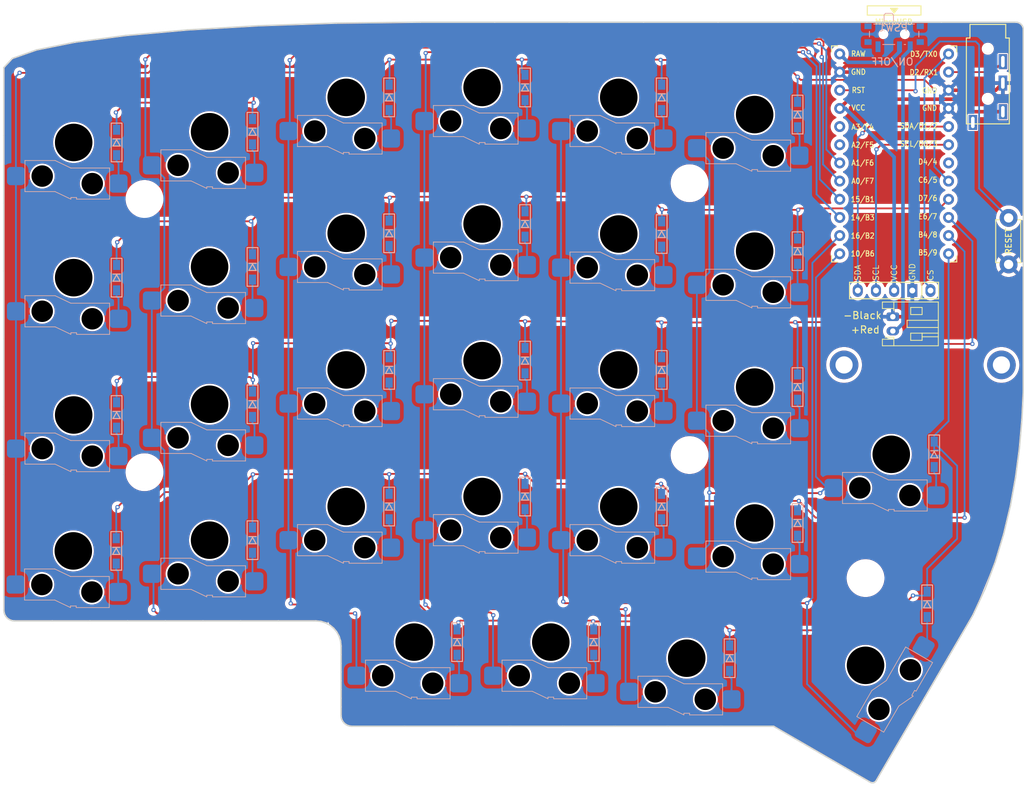
<source format=kicad_pcb>
(kicad_pcb (version 20241229) (generator "pcbnew") (generator_version "9.0")
  (layers (0 "F.Cu" signal) (2 "B.Cu" signal) (13 "F.Paste" user) (15 "B.Paste" user) (5 "F.SilkS" user "F.Silkscreen") (7 "B.SilkS" user "B.Silkscreen") (1 "F.Mask" user) (3 "B.Mask" user) (25 "Edge.Cuts" user))
  (net 0 "")
  (net 1 "Net-(D1-A)")
  (net 2 "row4")
  (net 3 "Net-(D2-A)")
  (net 4 "Net-(D3-A)")
  (net 5 "row0")
  (net 6 "Net-(D4-A)")
  (net 7 "row1")
  (net 8 "Net-(D5-A)")
  (net 9 "row2")
  (net 10 "Net-(D6-A)")
  (net 11 "row3")
  (net 12 "Net-(D7-A)")
  (net 13 "Net-(D8-A)")
  (net 14 "Net-(D9-A)")
  (net 15 "Net-(D10-A)")
  (net 16 "Net-(D11-A)")
  (net 17 "Net-(D12-A)")
  (net 18 "Net-(D13-A)")
  (net 19 "Net-(D14-A)")
  (net 20 "Net-(D15-A)")
  (net 21 "Net-(D16-A)")
  (net 22 "Net-(D17-A)")
  (net 23 "Net-(D18-A)")
  (net 24 "Net-(D19-A)")
  (net 25 "Net-(D20-A)")
  (net 26 "Net-(D21-A)")
  (net 27 "Net-(D22-A)")
  (net 28 "Net-(D23-A)")
  (net 29 "Net-(D24-A)")
  (net 30 "Net-(D25-A)")
  (net 31 "Net-(D26-A)")
  (net 32 "Net-(D27-A)")
  (net 33 "Net-(D28-A)")
  (net 34 "VCC")
  (net 35 "GND")
  (net 36 "col0")
  (net 37 "col1")
  (net 38 "col2")
  (net 39 "col3")
  (net 40 "col4")
  (net 41 "col5")
  (net 42 "SDA")
  (net 43 "SCL")
  (net 44 "RESET")
  (net 45 "Net-(D29-A)")
  (net 46 "DATA")
  (net 49 "+BATT")
  (net 53 "raw")
  (net 54 "CS")
  (footprint "Lily58-footprint:MJ-4PP-9" (layer "F.Cu") (at 164.2381 39.3)
    (property "Reference" "J2" (hide yes))
    (property "Value" "4PIN" (hide yes))
  )
  (footprint "kbd:ProMicro_v3" (layer "F.Cu") (at 151.1381 56)
    (property "Reference" "U1" (hide yes))
    (property "Value" "ProMicro" (hide yes))
  )
  (footprint "Lily58-footprint:TACT_SWITCH_TVBP06" (layer "F.Cu") (at 167.1381 67.7 90)
    (property "Reference" "RSW1" (hide yes))
    (property "Value" "SW_RST" (hide yes))
  )
  (footprint "beekeeb-lib:SW_Gateron_LowProfile_HotSwap" (layer "F.Cu") (at 131.6381 50)
    (property "Reference" "SW1" (hide yes))
    (property "Value" "SW_PUSH" (hide yes))
  )
  (footprint "beekeeb-lib:SW_Gateron_LowProfile_HotSwap" (layer "F.Cu") (at 112.6381 47.6)
    (property "Reference" "SW2" (hide yes))
    (property "Value" "SW_PUSH" (hide yes))
  )
  (footprint "beekeeb-lib:SW_Gateron_LowProfile_HotSwap" (layer "F.Cu") (at 93.5381 46.21)
    (property "Reference" "SW3" (hide yes))
    (property "Value" "SW_PUSH" (hide yes))
  )
  (footprint "beekeeb-lib:SW_Gateron_LowProfile_HotSwap" (layer "F.Cu") (at 74.5381 47.6)
    (property "Reference" "SW4" (hide yes))
    (property "Value" "SW_PUSH" (hide yes))
  )
  (footprint "beekeeb-lib:SW_Gateron_LowProfile_HotSwap" (layer "F.Cu") (at 55.4381 52.4)
    (property "Reference" "SW5" (hide yes))
    (property "Value" "SW_PUSH" (hide yes))
  )
  (footprint "beekeeb-lib:SW_Gateron_LowProfile_HotSwap" (layer "F.Cu") (at 36.4381 53.9)
    (property "Reference" "SW6" (hide yes))
    (property "Value" "SW_PUSH" (hide yes))
  )
  (footprint "beekeeb-lib:SW_Gateron_LowProfile_HotSwap" (layer "F.Cu") (at 131.6381 69.1)
    (property "Reference" "SW7" (hide yes))
    (property "Value" "SW_PUSH" (hide yes))
  )
  (footprint "beekeeb-lib:SW_Gateron_LowProfile_HotSwap" (layer "F.Cu") (at 112.6381 66.7)
    (property "Reference" "SW8" (hide yes))
    (property "Value" "SW_PUSH" (hide yes))
  )
  (footprint "beekeeb-lib:SW_Gateron_LowProfile_HotSwap" (layer "F.Cu") (at 93.5381 65.3)
    (property "Reference" "SW9" (hide yes))
    (property "Value" "SW_PUSH" (hide yes))
  )
  (footprint "beekeeb-lib:SW_Gateron_LowProfile_HotSwap" (layer "F.Cu") (at 74.5381 66.6)
    (property "Reference" "SW10" (hide yes))
    (property "Value" "SW_PUSH" (hide yes))
  )
  (footprint "beekeeb-lib:SW_Gateron_LowProfile_HotSwap" (layer "F.Cu") (at 55.4381 71.3)
    (property "Reference" "SW11" (hide yes))
    (property "Value" "SW_PUSH" (hide yes))
  )
  (footprint "beekeeb-lib:SW_Gateron_LowProfile_HotSwap" (layer "F.Cu") (at 36.4381 72.8)
    (property "Reference" "SW12" (hide yes))
    (property "Value" "SW_PUSH" (hide yes))
  )
  (footprint "beekeeb-lib:SW_Gateron_LowProfile_HotSwap" (layer "F.Cu") (at 131.6381 88.1)
    (property "Reference" "SW13" (hide yes))
    (property "Value" "SW_PUSH" (hide yes))
  )
  (footprint "beekeeb-lib:SW_Gateron_LowProfile_HotSwap" (layer "F.Cu") (at 112.6381 85.7)
    (property "Reference" "SW14" (hide yes))
    (property "Value" "SW_PUSH" (hide yes))
  )
  (footprint "beekeeb-lib:SW_Gateron_LowProfile_HotSwap" (layer "F.Cu") (at 93.5381 84.4)
    (property "Reference" "SW15" (hide yes))
    (property "Value" "SW_PUSH" (hide yes))
  )
  (footprint "beekeeb-lib:SW_Gateron_LowProfile_HotSwap" (layer "F.Cu") (at 74.5381 85.7)
    (property "Reference" "SW16" (hide yes))
    (property "Value" "SW_PUSH" (hide yes))
  )
  (footprint "beekeeb-lib:SW_Gateron_LowProfile_HotSwap" (layer "F.Cu") (at 55.4381 90.5)
    (property "Reference" "SW17" (hide yes))
    (property "Value" "SW_PUSH" (hide yes))
  )
  (footprint "beekeeb-lib:SW_Gateron_LowProfile_HotSwap" (layer "F.Cu") (at 36.4381 92)
    (property "Reference" "SW18" (hide yes))
    (property "Value" "SW_PUSH" (hide yes))
  )
  (footprint "beekeeb-lib:SW_Gateron_LowProfile_HotSwap" (layer "F.Cu") (at 131.6381 107.1)
    (property "Reference" "SW19" (hide yes))
    (property "Value" "SW_PUSH" (hide yes))
  )
  (footprint "beekeeb-lib:SW_Gateron_LowProfile_HotSwap" (layer "F.Cu") (at 112.6381 104.8)
    (property "Reference" "SW20" (hide yes))
    (property "Value" "SW_PUSH" (hide yes))
  )
  (footprint "beekeeb-lib:SW_Gateron_LowProfile_HotSwap" (layer "F.Cu") (at 93.5381 103.4)
    (property "Reference" "SW21" (hide yes))
    (property "Value" "SW_PUSH" (hide yes))
  )
  (footprint "beekeeb-lib:SW_Gateron_LowProfile_HotSwap" (layer "F.Cu") (at 74.5381 104.8)
    (property "Reference" "SW22" (hide yes))
    (property "Value" "SW_PUSH" (hide yes))
  )
  (footprint "beekeeb-lib:SW_Gateron_LowProfile_HotSwap" (layer "F.Cu") (at 55.4381 109.5)
    (property "Reference" "SW23" (hide yes))
    (property "Value" "SW_PUSH" (hide yes))
  )
  (footprint "beekeeb-lib:SW_Gateron_LowProfile_HotSwap" (layer "F.Cu") (at 36.3881 111)
    (property "Reference" "SW24" (hide yes))
    (property "Value" "SW_PUSH" (hide yes))
  )
  (footprint "beekeeb-lib:SW_Gateron_LowProfile_HotSwap" (layer "F.Cu") (at 150.7381 97.5)
    (property "Reference" "SW25" (hide yes))
    (property "Value" "SW_PUSH" (hide yes))
  )
  (footprint "beekeeb-lib:SW_Gateron_LowProfile_HotSwap" (layer "F.Cu") (at 147.1381 127 60)
    (property "Reference" "SW26" (hide yes))
    (property "Value" "SW_PUSH" (hide yes))
  )
  (footprint "beekeeb-lib:SW_Gateron_LowProfile_HotSwap" (layer "F.Cu") (at 122.1381 126)
    (property "Reference" "SW27" (hide yes))
    (property "Value" "SW_PUSH" (hide yes))
  )
  (footprint "beekeeb-lib:SW_Gateron_LowProfile_HotSwap" (layer "F.Cu") (at 103.1381 123.75)
    (property "Reference" "SW28" (hide yes))
    (property "Value" "SW_PUSH" (hide yes))
  )
  (footprint "beekeeb-lib:SW_Gateron_LowProfile_HotSwap" (layer "F.Cu") (at 84.0381 123.75)
    (property "Reference" "SW29" (hide yes))
    (property "Value" "SW_PUSH" (hide yes))
  )
  (footprint "beekeeb-lib:nice_view_1side" (layer "F.Cu") (at 146.0581 74.6)
    (property "Reference" "J3")
    (property "Value" "OLED" (hide yes))
  )
  (footprint "beekeeb-lib:JST_PH_S2B-PH-K_1x02_P2.00mm_Horizontal" (layer "F.Cu") (at 150.9522 80.264 90)
    (property "Reference" "BATJ1" (hide yes))
    (property "Value" "Conn_01x02_Female")
  )
  (footprint "Lily58-footprint:HOLE_M2_TH" (layer "B.Cu") (at 122.5381 59.6 180)
    (property "Reference" "TH3" (hide yes))
    (property "Value" "HOLE" (hide yes))
  )
  (footprint "Lily58-footprint:HOLE_M2_TH" (layer "B.Cu") (at 46.3381 61.8 180)
    (property "Reference" "TH4" (hide yes))
    (property "Value" "HOLE" (hide yes))
  )
  (footprint "Lily58-footprint:HOLE_M2_TH" (layer "B.Cu") (at 122.5381 97.6 180)
    (property "Reference" "TH5" (hide yes))
    (property "Value" "HOLE" (hide yes))
  )
  (footprint "Lily58-footprint:HOLE_M2_TH" (layer "B.Cu") (at 46.3381 100 180)
    (property "Reference" "TH6" (hide yes))
    (property "Value" "HOLE" (hide yes))
  )
  (footprint "Lily58-footprint:HOLE_M2_TH" (layer "B.Cu") (at 147.1381 114.8 90)
    (property "Reference" "TH7" (hide yes))
    (property "Value" "HOLE" (hide yes))
  )
  (footprint "kbd:D3_SMD_v2" (layer "B.Cu") (at 137.6381 50 -90)
    (property "Reference" "D1" (hide yes))
    (property "Value" "D" (hide yes))
  )
  (footprint "kbd:D3_SMD_v2" (layer "B.Cu") (at 118.6381 47.6 -90)
    (property "Reference" "D2" (hide yes))
    (property "Value" "D" (hide yes))
  )
  (footprint "kbd:D3_SMD_v2" (layer "B.Cu") (at 99.5381 46.21 -90)
    (property "Reference" "D3" (hide yes))
    (property "Value" "D" (hide yes))
  )
  (footprint "kbd:D3_SMD_v2" (layer "B.Cu") (at 80.5381 47.6 -90)
    (property "Reference" "D4" (hide yes))
    (property "Value" "D" (hide yes))
  )
  (footprint "kbd:D3_SMD_v2" (layer "B.Cu") (at 61.4381 52.4 -90)
    (property "Reference" "D5" (hide yes))
    (property "Value" "D" (hide yes))
  )
  (footprint "kbd:D3_SMD_v2" (layer "B.Cu") (at 42.4381 53.9 -90)
    (property "Reference" "D6" (hide yes))
    (property "Value" "D" (hide yes))
  )
  (footprint "kbd:D3_SMD_v2" (layer "B.Cu") (at 137.6381 69.1 -90)
    (property "Reference" "D7" (hide yes))
    (property "Value" "D" (hide yes))
  )
  (footprint "kbd:D3_SMD_v2" (layer "B.Cu") (at 118.6381 66.7 -90)
    (property "Reference" "D8" (hide yes))
    (property "Value" "D" (hide yes))
  )
  (footprint "kbd:D3_SMD_v2" (layer "B.Cu") (at 99.5381 65.3 -90)
    (property "Reference" "D9" (hide yes))
    (property "Value" "D" (hide yes))
  )
  (footprint "kbd:D3_SMD_v2" (layer "B.Cu") (at 80.5381 66.6 -90)
    (property "Reference" "D10" (hide yes))
    (property "Value" "D" (hide yes))
  )
  (footprint "kbd:D3_SMD_v2" (layer "B.Cu") (at 61.4381 71.3 -90)
    (property "Reference" "D11" (hide yes))
    (property "Value" "D" (hide yes))
  )
  (footprint "kbd:D3_SMD_v2" (layer "B.Cu") (at 42.4381 72.8 -90)
    (property "Reference" "D12" (hide yes))
    (property "Value" "D" (hide yes))
  )
  (footprint "kbd:D3_SMD_v2" (layer "B.Cu") (at 137.6381 88.1 -90)
    (property "Reference" "D13" (hide yes))
    (property "Value" "D" (hide yes))
  )
  (footprint "kbd:D3_SMD_v2" (layer "B.Cu") (at 118.6381 85.7 -90)
    (property "Reference" "D14" (hide yes))
    (property "Value" "D" (hide yes))
  )
  (footprint "kbd:D3_SMD_v2" (layer "B.Cu") (at 99.5381 84.4 -90)
    (property "Reference" "D15" (hide yes))
    (property "Value" "D" (hide yes))
  )
  (footprint "kbd:D3_SMD_v2" (layer "B.Cu") (at 80.5381 85.7 -90)
    (property "Reference" "D16" (hide yes))
    (property "Value" "D" (hide yes))
  )
  (footprint "kbd:D3_SMD_v2" (layer "B.Cu") (at 61.4381 90.5 -90)
    (property "Reference" "D17" (hide yes))
    (property "Value" "D" (hide yes))
  )
  (footprint "kbd:D3_SMD_v2" (layer "B.Cu") (at 42.4381 92 -90)
    (property "Reference" "D18" (hide yes))
    (property "Value" "D" (hide yes))
  )
  (footprint "kbd:D3_SMD_v2" (layer "B.Cu") (at 137.6381 107.1 -90)
    (property "Reference" "D19" (hide yes))
    (property "Value" "D" (hide yes))
  )
  (footprint "kbd:D3_SMD_v2" (layer "B.Cu") (at 118.6381 104.8 -90)
    (property "Reference" "D20" (hide yes))
    (property "Value" "D" (hide yes))
  )
  (footprint "kbd:D3_SMD_v2" (layer "B.Cu") (at 99.5381 103.4 -90)
    (property "Reference" "D21" (hide yes))
    (property "Value" "D" (hide yes))
  )
  (footprint "kbd:D3_SMD_v2" (layer "B.Cu") (at 80.5381 104.8 -90)
    (property "Reference" "D22" (hide yes))
    (property "Value" "D" (hide yes))
  )
  (footprint "kbd:D3_SMD_v2" (layer "B.Cu") (at 61.4381 109.5 -90)
    (property "Reference" "D23" (hide yes))
    (property "Value" "D" (hide yes))
  )
  (footprint "kbd:D3_SMD_v2" (layer "B.Cu") (at 42.3881 111 -90)
    (property "Reference" "D24" (hide yes))
    (property "Value" "D" (hide yes))
  )
  (footprint "kbd:D3_SMD_v2" (layer "B.Cu") (at 156.7381 97.5 -90)
    (property "Reference" "D25" (hide yes))
    (property "Value" "D" (hide yes))
  )
  (footprint "kbd:D3_SMD_v2" (layer "B.Cu") (at 155.7528 118.4656 -90)
    (property "Reference" "D26" (hide yes))
    (property "Value" "D" (hide yes))
  )
  (footprint "kbd:D3_SMD_v2" (layer "B.Cu") (at 128.1381 126 -90)
    (property "Reference" "D27" (hide yes))
    (property "Value" "D" (hide yes))
  )
  (footprint "kbd:D3_SMD_v2" (layer "B.Cu") (at 109.1381 123.75 -90)
    (property "Reference" "D28" (hide yes))
    (property "Value" "D" (hide yes))
  )
  (footprint "kbd:D3_SMD_v2" (layer "B.Cu") (at 90.0381 123.75 -90)
    (property "Reference" "D29" (hide yes))
    (property "Value" "D" (hide yes))
  )
  (footprint "Lily58-footprint:M2_HOLE_PCB" (layer "B.Cu") (at 166.1381 85 180)
    (property "Reference" "TH1" (hide yes))
    (property "Value" "HOLE")
  )
  (footprint "Lily58-footprint:M2_HOLE_PCB" (layer "B.Cu") (at 144.1381 85 180)
    (property "Reference" "TH2" (hide yes))
    (property "Value" "HOLE")
  )
  (footprint "Button_Switch_SMD:SW_SPDT_PCM12" (layer "B.Cu") (at 151.1381 39.083)
    (property "Reference" "PSW1")
    (property "Value" "SW_SPST")
  )
  (gr_line (start 168.149916 37.086762) (end 157.742082 37.086762) (stroke (width 0.2)) (layer "Edge.Cuts"))
  (gr_line (start 28.178127 120.789735) (end 27.875631 120.759288) (stroke (width 0.2)) (layer "Edge.Cuts"))
  (gr_line (start 140.97859 139.391201) (end 142.654285 140.36134) (stroke (width 0.2)) (layer "Edge.Cuts"))
  (gr_line (start 168.149916 37.086762) (end 168.361664 37.108075) (stroke (width 0.2)) (layer "Edge.Cuts"))
  (gr_line (start 73.818778 132.816013) (end 73.818778 131.597973) (stroke (width 0.2)) (layer "Edge.Cuts"))
  (gr_line (start 139.302896 138.421062) (end 140.97859 139.391201) (stroke (width 0.2)) (layer "Edge.Cuts"))
  (gr_line (start 73.818778 127.943854) (end 73.818778 126.725814) (stroke (width 0.2)) (layer "Edge.Cuts"))
  (gr_line (start 160.469563 122.854742) (end 162.145257 119.988423) (stroke (width 0.2)) (layer "Edge.Cuts"))
  (gr_line (start 59.783615 120.789735) (end 65.051197 120.789735) (stroke (width 0.2)) (layer "Edge.Cuts"))
  (gr_line (start 168.737189 37.265961) (end 168.892556 37.394123) (stroke (width 0.2)) (layer "Edge.Cuts"))
  (gr_line (start 49.248453 120.789735) (end 54.516034 120.789735) (stroke (width 0.2)) (layer "Edge.Cuts"))
  (gr_line (start 73.148563 37.215654) (end 62.218588 37.585374) (stroke (width 0.2)) (layer "Edge.Cuts"))
  (gr_line (start 147.681368 143.271756) (end 147.849262 143.357278) (stroke (width 0.2)) (layer "Edge.Cuts"))
  (gr_line (start 169.200598 75.978362) (end 169.200598 82.285296) (stroke (width 0.2)) (layer "Edge.Cuts"))
  (gr_line (start 116.110747 37.086762) (end 105.702913 37.086762) (stroke (width 0.2)) (layer "Edge.Cuts"))
  (gr_line (start 70.318778 120.789735) (end 71.024602 120.860778) (stroke (width 0.2)) (layer "Edge.Cuts"))
  (gr_line (start 147.849262 143.357278) (end 148.00792 143.404468) (stroke (width 0.2)) (layer "Edge.Cuts"))
  (gr_line (start 27.859655 42.15619) (end 26.678126 43.436755) (stroke (width 0.2)) (layer "Edge.Cuts"))
  (gr_line (start 71.024602 120.860778) (end 71.6818 121.064561) (stroke (width 0.2)) (layer "Edge.Cuts"))
  (gr_line (start 71.6818 121.064561) (end 72.276353 121.387065) (stroke (width 0.2)) (layer "Edge.Cuts"))
  (gr_line (start 144.329979 141.331479) (end 146.005674 142.301617) (stroke (width 0.2)) (layer "Edge.Cuts"))
  (gr_line (start 126.905431 135.511658) (end 134.274953 135.511658) (stroke (width 0.2)) (layer "Edge.Cuts"))
  (gr_line (start 168.892556 37.394123) (end 169.020717 37.549489) (stroke (width 0.2)) (layer "Edge.Cuts"))
  (gr_line (start 27.339166 120.533736) (end 27.117214 120.350648) (stroke (width 0.2)) (layer "Edge.Cuts"))
  (gr_line (start 73.849225 134.314154) (end 73.818778 134.011658) (stroke (width 0.2)) (layer "Edge.Cuts"))
  (gr_line (start 168.361664 37.108075) (end 168.558823 37.16921) (stroke (width 0.2)) (layer "Edge.Cuts"))
  (gr_line (start 97.427344 135.511658) (end 104.796866 135.511658) (stroke (width 0.2)) (layer "Edge.Cuts"))
  (gr_line (start 33.445708 120.789735) (end 38.71329 120.789735) (stroke (width 0.2)) (layer "Edge.Cuts"))
  (gr_line (start 26.678126 119.289735) (end 26.678126 109.808112) (stroke (width 0.2)) (layer "Edge.Cuts"))
  (gr_line (start 27.875631 120.759288) (end 27.593974 120.671952) (stroke (width 0.2)) (layer "Edge.Cuts"))
  (gr_line (start 158.793868 125.721062) (end 160.469563 122.854742) (stroke (width 0.2)) (layer "Edge.Cuts"))
  (gr_line (start 26.708574 119.592231) (end 26.678127 119.289735) (stroke (width 0.2)) (layer "Edge.Cuts"))
  (gr_line (start 31.248807 40.963847) (end 27.859655 42.15619) (stroke (width 0.2)) (layer "Edge.Cuts"))
  (gr_line (start 26.678126 62.4) (end 26.678126 52.918378) (stroke (width 0.2)) (layer "Edge.Cuts"))
  (gr_line (start 75.016282 135.481211) (end 74.734626 135.393876) (stroke (width 0.2)) (layer "Edge.Cuts"))
  (gr_line (start 169.200598 38.136762) (end 169.200598 44.443695) (stroke (width 0.2)) (layer "Edge.Cuts"))
  (gr_line (start 136.926415 37.086762) (end 126.518581 37.086762) (stroke (width 0.2)) (layer "Edge.Cuts"))
  (gr_line (start 73.936561 134.59581) (end 73.849225 134.314154) (stroke (width 0.2)) (layer "Edge.Cuts"))
  (gr_line (start 95.295079 37.086762) (end 84.887245 37.086762) (stroke (width 0.2)) (layer "Edge.Cuts"))
  (gr_line (start 74.479818 135.25566) (end 74.257865 135.072571) (stroke (width 0.2)) (layer "Edge.Cuts"))
  (gr_line (start 75.318778 135.511658) (end 82.6883 135.511658) (stroke (width 0.2)) (layer "Edge.Cuts"))
  (gr_line (start 126.518581 37.086762) (end 116.110747 37.086762) (stroke (width 0.2)) (layer "Edge.Cuts"))
  (gr_line (start 105.702913 37.086762) (end 95.295079 37.086762) (stroke (width 0.2)) (layer "Edge.Cuts"))
  (gr_line (start 74.074777 134.850619) (end 73.936561 134.59581) (stroke (width 0.2)) (layer "Edge.Cuts"))
  (gr_line (start 142.654285 140.36134) (end 144.329979 141.331479) (stroke (width 0.2)) (layer "Edge.Cuts"))
  (gr_line (start 168.117154 100.690825) (end 168.647829 96.657663) (stroke (width 0.2)) (layer "Edge.Cuts"))
  (gr_line (start 43.717368 38.945561) (end 36.612429 39.885159) (stroke (width 0.2)) (layer "Edge.Cuts"))
  (gr_line (start 135.951507 136.480784) (end 137.627201 137.450923) (stroke (width 0.2)) (layer "Edge.Cuts"))
  (gr_line (start 169.200598 57.057562) (end 169.200598 63.364495) (stroke (width 0.2)) (layer "Edge.Cuts"))
  (gr_line (start 65.051197 120.789735) (end 70.318778 120.789735) (stroke (width 0.2)) (layer "Edge.Cuts"))
  (gr_line (start 73.818778 134.011658) (end 73.818778 132.816013) (stroke (width 0.2)) (layer "Edge.Cuts"))
  (gr_line (start 26.678126 52.918378) (end 26.678126 43.436755) (stroke (width 0.2)) (layer "Edge.Cuts"))
  (gr_line (start 147.334249 37.086762) (end 136.926415 37.086762) (stroke (width 0.2)) (layer "Edge.Cuts"))
  (gr_line (start 26.678126 81.363245) (end 26.678126 71.881623) (stroke (width 0.2)) (layer "Edge.Cuts"))
  (gr_line (start 137.627201 137.450923) (end 139.302896 138.421062) (stroke (width 0.2)) (layer "Edge.Cuts"))
  (gr_line (start 72.794242 121.814271) (end 73.221448 122.33216) (stroke (width 0.2)) (layer "Edge.Cuts"))
  (gr_line (start 169.200598 69.671429) (end 169.200598 75.978362) (stroke (width 0.2)) (layer "Edge.Cuts"))
  (gr_line (start 26.795909 119.873887) (end 26.708574 119.592231) (stroke (width 0.2)) (layer "Edge.Cuts"))
  (gr_line (start 169.020717 37.549489) (end 169.117469 37.727855) (stroke (width 0.2)) (layer "Edge.Cuts"))
  (gr_line (start 155.442479 131.453701) (end 157.118174 128.587381) (stroke (width 0.2)) (layer "Edge.Cuts"))
  (gr_line (start 152.09109 137.18634) (end 153.766785 134.32002) (stroke (width 0.2)) (layer "Edge.Cuts"))
  (gr_line (start 157.742082 37.086762) (end 147.334249 37.086762) (stroke (width 0.2)) (layer "Edge.Cuts"))
  (gr_line (start 104.796866 135.511658) (end 112.166388 135.511658) (stroke (width 0.2)) (layer "Edge.Cuts"))
  (gr_line (start 73.543952 122.926713) (end 73.747735 123.583911) (stroke (width 0.2)) (layer "Edge.Cuts"))
  (gr_line (start 26.678126 71.881623) (end 26.678126 62.4) (stroke (width 0.2)) (layer "Edge.Cuts"))
  (gr_line (start 74.257865 135.072571) (end 74.074777 134.850619) (stroke (width 0.2)) (layer "Edge.Cuts"))
  (gr_line (start 157.118174 128.587381) (end 158.793868 125.721062) (stroke (width 0.2)) (layer "Edge.Cuts"))
  (gr_line (start 73.818778 125.507775) (end 73.818778 124.289735) (stroke (width 0.2)) (layer "Edge.Cuts"))
  (gr_line (start 166.450122 108.649127) (end 167.391043 104.695246) (stroke (width 0.2)) (layer "Edge.Cuts"))
  (gr_line (start 27.593974 120.671952) (end 27.339166 120.533736) (stroke (width 0.2)) (layer "Edge.Cuts"))
  (gr_line (start 43.980871 120.789735) (end 49.248453 120.789735) (stroke (width 0.2)) (layer "Edge.Cuts"))
  (gr_line (start 73.818778 130.379933) (end 73.818778 129.161894) (stroke (width 0.2)) (layer "Edge.Cuts"))
  (gr_line (start 148.156874 143.413974) (end 148.295656 143.386445) (stroke (width 0.2)) (layer "Edge.Cuts"))
  (gr_line (start 52.330472 38.170488) (end 43.717368 38.945561) (stroke (width 0.2)) (layer "Edge.Cuts"))
  (gr_line (start 27.117214 120.350648) (end 26.934125 120.128696) (stroke (width 0.2)) (layer "Edge.Cuts"))
  (gr_line (start 148.540831 143.222884) (end 148.646289 143.08815) (stroke (width 0.2)) (layer "Edge.Cuts"))
  (gr_line (start 168.558823 37.16921) (end 168.737189 37.265961) (stroke (width 0.2)) (layer "Edge.Cuts"))
  (gr_line (start 82.6883 135.511658) (end 90.057822 135.511658) (stroke (width 0.2)) (layer "Edge.Cuts"))
  (gr_line (start 146.005674 142.301617) (end 147.681368 143.271756) (stroke (width 0.2)) (layer "Edge.Cuts"))
  (gr_line (start 62.218588 37.585374) (end 52.330472 38.170488) (stroke (width 0.2)) (layer "Edge.Cuts"))
  (gr_line (start 26.934125 120.128696) (end 26.795909 119.873887) (stroke (width 0.2)) (layer "Edge.Cuts"))
  (gr_line (start 167.391043 104.695246) (end 168.117154 100.690825) (stroke (width 0.2)) (layer "Edge.Cuts"))
  (gr_line (start 28.178127 120.789735) (end 33.445708 120.789735) (stroke (width 0.2)) (layer "Edge.Cuts"))
  (gr_line (start 150.415396 140.052659) (end 152.09109 137.18634) (stroke (width 0.2)) (layer "Edge.Cuts"))
  (gr_line (start 134.275813 135.510645) (end 135.951507 136.480784) (stroke (width 0.2)) (layer "Edge.Cuts"))
  (gr_line (start 36.612429 39.885159) (end 31.248807 40.963847) (stroke (width 0.2)) (layer "Edge.Cuts"))
  (gr_line (start 153.766785 134.32002) (end 155.442479 131.453701) (stroke (width 0.2)) (layer "Edge.Cuts"))
  (gr_line (start 26.678126 90.844867) (end 26.678126 81.363245) (stroke (width 0.2)) (layer "Edge.Cuts"))
  (gr_line (start 73.818778 126.725814) (end 73.818778 125.507775) (stroke (width 0.2)) (layer "Edge.Cuts"))
  (gr_line (start 169.117469 37.727855) (end 169.178603 37.925015) (stroke (width 0.2)) (layer "Edge.Cuts"))
  (gr_line (start 165.275021 112.53067) (end 166.450122 108.649127) (stroke (width 0.2)) (layer "Edge.Cuts"))
  (gr_line (start 73.221448 122.33216) (end 73.543952 122.926713) (stroke (width 0.2)) (layer "Edge.Cuts"))
  (gr_line (start 54.516034 120.789735) (end 59.783615 120.789735) (stroke (width 0.2)) (layer "Edge.Cuts"))
  (gr_line (start 148.646289 143.08815) (end 148.739701 142.918979) (stroke (width 0.2)) (layer "Edge.Cuts"))
  (gr_line (start 169.178603 37.925015) (end 169.199916 38.136762) (stroke (width 0.2)) (layer "Edge.Cuts"))
  (gr_line (start 162.144793 119.98954) (end 163.846368 116.318073) (stroke (width 0.2)) (layer "Edge.Cuts"))
  (gr_line (start 168.647829 96.657663) (end 169.002436 92.617561) (stroke (width 0.2)) (layer "Edge.Cuts"))
  (gr_line (start 73.747735 123.583911) (end 73.818778 124.289735) (stroke (width 0.2)) (layer "Edge.Cuts"))
  (gr_line (start 74.734626 135.393876) (end 74.479818 135.25566) (stroke (width 0.2)) (layer "Edge.Cuts"))
  (gr_line (start 169.200598 63.364495) (end 169.200598 69.671429) (stroke (width 0.2)) (layer "Edge.Cuts"))
  (gr_line (start 169.200598 50.750629) (end 169.200598 57.057562) (stroke (width 0.2)) (layer "Edge.Cuts"))
  (gr_line (start 148.739701 142.918979) (end 150.415396 140.052659) (stroke (width 0.2)) (layer "Edge.Cuts"))
  (gr_line (start 148.423798 143.322532) (end 148.540831 143.222884) (stroke (width 0.2)) (layer "Edge.Cuts"))
  (gr_line (start 73.818778 129.161894) (end 73.818778 127.943854) (stroke (width 0.2)) (layer "Edge.Cuts"))
  (gr_line (start 26.678126 109.808112) (end 26.678126 100.32649) (stroke (width 0.2)) (layer "Edge.Cuts"))
  (gr_line (start 169.200598 82.285296) (end 169.200598 88.592229) (stroke (width 0.2)) (layer "Edge.Cuts"))
  (gr_line (start 73.818778 131.597973) (end 73.818778 130.379933) (stroke (width 0.2)) (layer "Edge.Cuts"))
  (gr_line (start 148.295656 143.386445) (end 148.423798 143.322532) (stroke (width 0.2)) (layer "Edge.Cuts"))
  (gr_line (start 84.887245 37.086762) (end 73.148563 37.215654) (stroke (width 0.2)) (layer "Edge.Cuts"))
  (gr_line (start 169.200598 44.443695) (end 169.200598 50.750629) (stroke (width 0.2)) (layer "Edge.Cuts"))
  (gr_line (start 72.276353 121.387065) (end 72.794242 121.814271) (stroke (width 0.2)) (layer "Edge.Cuts"))
  (gr_line (start 38.71329 120.789735) (end 43.980871 120.789735) (stroke (width 0.2)) (layer "Edge.Cuts"))
  (gr_line (start 112.166388 135.511658) (end 119.535909 135.511658) (stroke (width 0.2)) (layer "Edge.Cuts"))
  (gr_line (start 90.057822 135.511658) (end 97.427344 135.511658) (stroke (width 0.2)) (layer "Edge.Cuts"))
  (gr_line (start 119.535909 135.511658) (end 126.905431 135.511658) (stroke (width 0.2)) (layer "Edge.Cuts"))
  (gr_line (start 26.678126 100.32649) (end 26.678126 90.844867) (stroke (width 0.2)) (layer "Edge.Cuts"))
  (gr_line (start 75.318778 135.511658) (end 75.016282 135.481211) (stroke (width 0.2)) (layer "Edge.Cuts"))
  (gr_line (start 169.002436 92.617561) (end 169.200349 88.592317) (stroke (width 0.2)) (layer "Edge.Cuts"))
  (gr_line (start 148.00792 143.404468) (end 148.156874 143.413974) (stroke (width 0.2)) (layer "Edge.Cuts"))
  (gr_line (start 163.846368 116.318073) (end 165.275021 112.53067) (stroke (width 0.2)) (layer "Edge.Cuts"))
  (gr_text "-Black" (at 143.9418 78.0796 0) (layer "F.SilkS") (effects (font (size 1 1)) (justify left)))
  (gr_text "+Red" (at 145.0086 80.0862 0) (layer "F.SilkS") (effects (font (size 1 1)) (justify left)))
  (gr_text "ON/OFF" (at 153.924 42.6212 0) (layer "B.SilkS") (effects (font (size 1 1)) (justify left mirror)))
  (segment (start 137.6381 52.1133) (end 137.6381 51.6) (width 0.25) (layer "B.Cu") (net 1))
  (segment (start 137.638 51.6) (end 137.638 52.1134) (width 0.25) (layer "B.Cu") (net 1))
  (segment (start 137.638 52.1134) (end 137.638 52.6269) (width 0.25) (layer "B.Cu") (net 1))
  (segment (start 137.638 52.6269) (end 137.913 52.9019) (width 0.25) (layer "B.Cu") (net 1))
  (segment (start 137.913 54.3259) (end 137.9131 54.326) (width 0.25) (layer "B.Cu") (net 1))
  (segment (start 137.913 52.9019) (end 137.913 54.3259) (width 0.25) (layer "B.Cu") (net 1))
  (segment (start 137.913 54.3259) (end 137.913 55.75) (width 0.25) (layer "B.Cu") (net 1))
  (segment (start 137.638 52.1134) (end 137.6381 52.1133) (width 0.25) (layer "B.Cu") (net 1))
  (segment (start 137.9131 54.326) (end 137.9131 55.75) (width 0.25) (layer "B.Cu") (net 1))
  (segment (start 90.4764 120.75) (end 90.2208 121.006) (width 0.25) (layer "F.Cu") (net 2))
  (segment (start 108.964 120.75) (end 90.4764 120.75) (width 0.25) (layer "F.Cu") (net 2))
  (segment (start 109.068 120.853) (end 108.964 120.75) (width 0.25) (layer "F.Cu") (net 2))
  (segment (start 148.92 122.098) (end 128.143 122.098) (width 0.25) (layer "F.Cu") (net 2))
  (segment (start 153.7716 117.2464) (end 148.92 122.098) (width 0.25) (layer "F.Cu") (net 2))
  (segment (start 126.898 120.853) (end 128.143 122.098) (width 0.25) (layer "F.Cu") (net 2))
  (segment (start 109.068 120.853) (end 126.898 120.853) (width 0.25) (layer "F.Cu") (net 2))
  (via (at 153.7716 117.2464) (size 0.6) (drill 0.3) (layers "F.Cu" "B.Cu") (net 2))
  (via (at 128.143 122.098) (size 0.6) (drill 0.3) (layers "F.Cu" "B.Cu") (net 2))
  (via (at 109.068 120.853) (size 0.6) (drill 0.3) (layers "F.Cu" "B.Cu") (net 2))
  (via (at 90.2208 121.006) (size 0.6) (drill 0.3) (layers "F.Cu" "B.Cu") (net 2))
  (segment (start 158.7495 92.8617) (end 156.7381 94.8731) (width 0.25) (layer "B.Cu") (net 2))
  (segment (start 155.372 117.2464) (end 155.7528 116.8656) (width 0.25) (layer "B.Cu") (net 2))
  (segment (start 155.7528 116.8656) (end 155.7528 113.4872) (width 0.25) (layer "B.Cu") (net 2))
  (segment (start 153.7716 117.2464) (end 155.372 117.2464) (width 0.25) (layer "B.Cu") (net 2))
  (segment (start 128.143 124.395) (end 128.1381 124.3999) (width 0.25) (layer "B.Cu") (net 2))
  (segment (start 109.1381 122.15) (end 109.138 122.15) (width 0.25) (layer "B.Cu") (net 2))
  (segment (start 156.7381 95.9) (end 156.7381 94.8731) (width 0.25) (layer "B.Cu") (net 2))
  (segment (start 159.944 99.1057) (end 157.765 96.9269) (width 0.25) (layer "B.Cu") (net 2))
  (segment (start 159.944 109.296) (end 159.944 99.1057) (width 0.25) (layer "B.Cu") (net 2))
  (segment (start 155.7528 113.4872) (end 156.5275 112.7125) (width 0.25) (layer "B.Cu") (net 2))
  (segment (start 156.7381 95.9) (end 156.738 95.9) (width 0.25) (layer "B.Cu") (net 2))
  (segment (start 128.1381 124.3999) (end 128.138 124.4) (width 0.25) (layer "B.Cu") (net 2))
  (segment (start 156.5275 112.7125) (end 159.944 109.296) (width 0.25) (layer "B.Cu") (net 2))
  (segment (start 156.738 96.9269) (end 157.765 96.9269) (width 0.25) (layer "B.Cu") (net 2))
  (segment (start 109.138 120.924) (end 109.068 120.853) (width 0.25) (layer "B.Cu") (net 2))
  (segment (start 158.7495 69.462) (end 158.7495 92.8617) (width 0.25) (layer "B.Cu") (net 2))
  (segment (start 128.143 122.098) (end 128.143 124.395) (width 0.25) (layer "B.Cu") (net 2))
  (segment (start 157.765 96.9269) (end 156.7381 95.9) (width 0.25) (layer "B.Cu") (net 2))
  (segment (start 156.738 95.9) (end 156.738 96.9269) (width 0.25) (layer "B.Cu") (net 2))
  (segment (start 128.1381 124.4) (end 128.1381 124.3999) (width 0.25) (layer "B.Cu") (net 2))
  (segment (start 90.2208 121.006) (end 90.2208 121.967) (width 0.25) (layer "B.Cu") (net 2))
  (segment (start 90.2208 121.967) (end 90.0381 122.15) (width 0.25) (layer "B.Cu") (net 2))
  (segment (start 109.138 122.15) (end 109.138 120.924) (width 0.25) (layer "B.Cu") (net 2))
  (segment (start 118.638 49.7134) (end 118.6381 49.7133) (width 0.25) (layer "B.Cu") (net 3))
  (segment (start 118.913 50.5019) (end 118.913 51.9259) (width 0.25) (layer "B.Cu") (net 3))
  (segment (start 118.6381 49.7133) (end 118.6381 49.2) (width 0.25) (layer "B.Cu") (net 3))
  (segment (start 118.638 49.7134) (end 118.638 50.2269) (width 0.25) (layer "B.Cu") (net 3))
  (segment (start 118.913 51.9259) (end 118.9131 51.926) (width 0.25) (layer "B.Cu") (net 3))
  (segment (start 118.638 50.2269) (end 118.913 50.5019) (width 0.25) (layer "B.Cu") (net 3))
  (segment (start 118.913 51.9259) (end 118.913 53.35) (width 0.25) (layer "B.Cu") (net 3))
  (segment (start 118.638 49.2) (end 118.638 49.7134) (width 0.25) (layer "B.Cu") (net 3))
  (segment (start 118.9131 51.926) (end 118.9131 53.35) (width 0.25) (layer "B.Cu") (net 3))
  (segment (start 99.8131 49.1119) (end 99.8131 51.96) (width 0.25) (layer "B.Cu") (net 4))
  (segment (start 99.5381 47.81) (end 99.5381 48.8369) (width 0.25) (layer "B.Cu") (net 4))
  (segment (start 99.5381 48.8369) (end 99.8131 49.1119) (width 0.25) (layer "B.Cu") (net 4))
  (segment (start 138.062 45.149) (end 155.41 45.149) (width 0.25) (layer "F.Cu") (net 5))
  (segment (start 42.3418 49.7078) (end 43.7134 48.3362) (width 0.25) (layer "F.Cu") (net 5))
  (segment (start 80.6091 42.3164) (end 99.0854 42.3164) (width 0.25) (layer "F.Cu") (net 5))
  (segment (start 135.28 42.3672) (end 137.643 44.7294) (width 0.25) (layer "F.Cu") (net 5))
  (segment (start 61.595 46.9138) (end 61.595 48.3362) (width 0.25) (layer "F.Cu") (net 5))
  (segment (start 155.41 45.149) (end 156.769 46.5074) (width 0.25) (layer "F.Cu") (net 5))
  (segment (start 118.44 42.3164) (end 118.491 42.3672) (width 0.25) (layer "F.Cu") (net 5))
  (segment (start 80.5942 42.3313) (end 80.6091 42.3164) (width 0.25) (layer "F.Cu") (net 5))
  (segment (start 99.0854 42.3164) (end 118.44 42.3164) (width 0.25) (layer "F.Cu") (net 5))
  (segment (start 118.491 42.3672) (end 135.28 42.3672) (width 0.25) (layer "F.Cu") (net 5))
  (segment (start 43.7134 48.3362) (end 61.595 48.3362) (width 0.25) (layer "F.Cu") (net 5))
  (segment (start 78.8057 44.1198) (end 64.389 44.1198) (width 0.25) (layer "F.Cu") (net 5))
  (segment (start 64.389 44.1198) (end 61.595 46.9138) (width 0.25) (layer "F.Cu") (net 5))
  (segment (start 80.5942 42.3313) (end 78.8057 44.1198) (width 0.25) (layer "F.Cu") (net 5))
  (segment (start 137.643 44.7294) (end 138.062 45.149) (width 0.25) (layer "F.Cu") (net 5))
  (via (at 156.769 46.5074) (size 0.6) (drill 0.3) (layers "F.Cu" "B.Cu") (net 5))
  (via (at 42.3418 49.7078) (size 0.6) (drill 0.3) (layers "F.Cu" "B.Cu") (net 5))
  (via (at 118.491 42.3672) (size 0.6) (drill 0.3) (layers "F.Cu" "B.Cu") (net 5))
  (via (at 80.5942 42.3313) (size 0.6) (drill 0.3) (layers "F.Cu" "B.Cu") (net 5))
  (via (at 99.0854 42.3164) (size 0.6) (drill 0.3) (layers "F.Cu" "B.Cu") (net 5))
  (via (at 61.595 48.3362) (size 0.6) (drill 0.3) (layers "F.Cu" "B.Cu") (net 5))
  (via (at 137.643 44.7294) (size 0.6) (drill 0.3) (layers "F.Cu" "B.Cu") (net 5))
  (segment (start 158.42 58.9719) (end 158.7495 59.3014) (width 0.25) (layer "B.Cu") (net 5))
  (segment (start 61.595 48.3362) (end 61.4381 48.4931) (width 0.25) (layer "B.Cu") (net 5))
  (segment (start 158.75 59.3016) (end 158.75 59.302) (width 0.25) (layer "B.Cu") (net 5))
  (segment (start 118.638 45.1286) (end 118.6381 45.1287) (width 0.25) (layer "B.Cu") (net 5))
  (segment (start 137.638 44.7339) (end 137.638 46.5669) (width 0.25) (layer "B.Cu") (net 5))
  (segment (start 158.75 59.302) (end 158.42 58.9719) (width 0.25) (layer "B.Cu") (net 5))
  (segment (start 118.638 44.2571) (end 118.638 44.2572) (width 0.25) (layer "B.Cu") (net 5))
  (segment (start 137.638 47.4835) (end 137.6381 47.4836) (width 0.25) (layer "B.Cu") (net 5))
  (segment (start 158.09 58.6418) (end 158.75 59.3016) (width 0.25) (layer "B.Cu") (net 5))
  (segment (start 137.643 44.7294) (end 137.638 44.7339) (width 0.25) (layer "B.Cu") (net 5))
  (segment (start 118.491 42.3672) (end 118.638 42.5143) (width 0.25) (layer "B.Cu") (net 5))
  (segment (start 137.638 46.5669) (end 137.638 46.567) (width 0.25) (layer "B.Cu") (net 5))
  (segment (start 137.638 46.567) (end 137.638 47.4835) (width 0.25) (layer "B.Cu") (net 5))
  (segment (start 137.638 46.567) (end 137.638 47.4835) (width 0.25) (layer "B.Cu") (net 5))
  (segment (start 158.42 58.9719) (end 158.09 58.6418) (width 0.25) (layer "B.Cu") (net 5))
  (segment (start 42.4381 49.8041) (end 42.3418 49.7078) (width 0.25) (layer "B.Cu") (net 5))
  (segment (start 99.0854 42.3164) (end 99.0854 44.1573) (width 0.25) (layer "B.Cu") (net 5))
  (segment (start 118.638 42.5143) (end 118.638 44.2571) (width 0.25) (layer "B.Cu") (net 5))
  (segment (start 99.0854 44.1573) (end 99.5381 44.61) (width 0.25) (layer "B.Cu") (net 5))
  (segment (start 156.769 57.3213) (end 158.09 58.6418) (width 0.25) (layer "B.Cu") (net 5))
  (segment (start 80.5942 42.3313) (end 80.5942 45.9439) (width 0.25) (layer "B.Cu") (net 5))
  (segment (start 118.6381 45.1287) (end 118.6381 46) (width 0.25) (layer "B.Cu") (net 5))
  (segment (start 137.6381 47.4836) (end 137.6381 48.4) (width 0.25) (layer "B.Cu") (net 5))
  (segment (start 118.638 44.2572) (end 118.638 45.1286) (width 0.25) (layer "B.Cu") (net 5))
  (segment (start 158.7495 59.3014) (end 158.7495 59.302) (width 0.25) (layer "B.Cu") (net 5))
  (segment (start 156.769 46.5074) (end 156.769 57.3213) (width 0.25) (layer "B.Cu") (net 5))
  (segment (start 137.638 46.5669) (end 137.638 46.567) (width 0.25) (layer "B.Cu") (net 5))
  (segment (start 118.638 44.2571) (end 118.638 44.2572) (width 0.25) (layer "B.Cu") (net 5))
  (segment (start 42.4381 52.3) (end 42.4381 49.8041) (width 0.25) (layer "B.Cu") (net 5))
  (segment (start 80.5942 45.9439) (end 80.5381 46) (width 0.25) (layer "B.Cu") (net 5))
  (segment (start 61.4381 48.4931) (end 61.4381 50.8) (width 0.25) (layer "B.Cu") (net 5))
  (segment (start 118.638 44.2572) (end 118.638 45.1286) (width 0.25) (layer "B.Cu") (net 5))
  (segment (start 80.5381 49.2) (end 80.5381 50.2269) (width 0.25) (layer "B.Cu") (net 6))
  (segment (start 80.8131 50.5019) (end 80.8131 53.35) (width 0.25) (layer "B.Cu") (net 6))
  (segment (start 80.5381 50.2269) (end 80.8131 50.5019) (width 0.25) (layer "B.Cu") (net 6))
  (segment (start 45.4406 64.9224) (end 42.5196 67.8434) (width 0.25) (layer "F.Cu") (net 7))
  (segment (start 118.669 63.2714) (end 116.891 61.4934) (width 0.25) (layer "F.Cu") (net 7))
  (segment (start 158.7498 61.8422) (end 157.473 63.119) (width 0.25) (layer "F.Cu") (net 7))
  (segment (start 158.7496 61.842) (end 158.7498 61.8422) (width 0.25) (layer "F.Cu") (net 7))
  (segment (start 157.473 63.119) (end 137.9222 63.119) (width 0.25) (layer "F.Cu") (net 7))
  (segment (start 99.7204 61.4934) (end 80.7466 61.4934) (width 0.25) (layer "F.Cu") (net 7))
  (segment (start 158.7495 61.842) (end 158.7496 61.842) (width 0.25) (layer "F.Cu") (net 7))
  (segment (start 137.9222 63.119) (end 137.719 63.3222) (width 0.25) (layer "F.Cu") (net 7))
  (segment (start 158.75 61.842) (end 158.7498 61.8422) (width 0.25) (layer "F.Cu") (net 7))
  (segment (start 137.719 63.3222) (end 118.72 63.3222) (width 0.25) (layer "F.Cu") (net 7))
  (segment (start 61.2394 64.9224) (end 45.4406 64.9224) (width 0.25) (layer "F.Cu") (net 7))
  (segment (start 118.72 63.3222) (end 118.669 63.2714) (width 0.25) (layer "F.Cu") (net 7))
  (segment (start 64.5414 61.6204) (end 61.2394 64.9224) (width 0.25) (layer "F.Cu") (net 7))
  (segment (start 80.7466 61.4934) (end 80.6196 61.6204) (width 0.25) (layer "F.Cu") (net 7))
  (segment (start 80.6196 61.6204) (end 64.5414 61.6204) (width 0.25) (layer "F.Cu") (net 7))
  (segment (start 116.891 61.4934) (end 99.7204 61.4934) (width 0.25) (layer "F.Cu") (net 7))
  (via (at 42.5196 67.8434) (size 0.6) (drill 0.3) (layers "F.Cu" "B.Cu") (net 7))
  (via (at 99.7204 61.4934) (size 0.6) (drill 0.3) (layers "F.Cu" "B.Cu") (net 7))
  (via (at 118.669 63.2714) (size 0.6) (drill 0.3) (layers "F.Cu" "B.Cu") (net 7))
  (via (at 80.6196 61.6204) (size 0.6) (drill 0.3) (layers "F.Cu" "B.Cu") (net 7))
  (via (at 61.2394 64.9224) (size 0.6) (drill 0.3) (layers "F.Cu" "B.Cu") (net 7))
  (via (at 137.719 63.3222) (size 0.6) (drill 0.3) (layers "F.Cu" "B.Cu") (net 7))
  (segment (start 61.4381 65.1211) (end 61.4381 69.7) (width 0.25) (layer "B.Cu") (net 7))
  (segment (start 42.5196 67.8434) (end 42.4381 67.9249) (width 0.25) (layer "B.Cu") (net 7))
  (segment (start 80.6196 61.6204) (end 80.5381 61.7019) (width 0.25) (layer "B.Cu") (net 7))
  (segment (start 137.719 63.3222) (end 137.638 63.4029) (width 0.25) (layer "B.Cu") (net 7))
  (segment (start 99.7204 63.5177) (end 99.5381 63.7) (width 0.25) (layer "B.Cu") (net 7))
  (segment (start 99.7204 61.4934) (end 99.7204 63.5177) (width 0.25) (layer "B.Cu") (net 7))
  (segment (start 42.4381 67.9249) (end 42.4381 71.2) (width 0.25) (layer "B.Cu") (net 7))
  (segment (start 118.6381 65.1) (end 118.638 65.1) (width 0.25) (layer "B.Cu") (net 7))
  (segment (start 118.669 65.0693) (end 118.6381 65.1) (width 0.25) (layer "B.Cu") (net 7))
  (segment (start 137.638 63.4029) (end 137.638 67.5) (width 0.25) (layer "B.Cu") (net 7))
  (segment (start 61.2394 64.9224) (end 61.4381 65.1211) (width 0.25) (layer "B.Cu") (net 7))
  (segment (start 137.6381 67.5) (end 137.638 67.5) (width 0.25) (layer "B.Cu") (net 7))
  (segment (start 118.669 63.2714) (end 118.669 65.0693) (width 0.25) (layer "B.Cu") (net 7))
  (segment (start 80.5381 61.7019) (end 80.5381 65) (width 0.25) (layer "B.Cu") (net 7))
  (segment (start 61.4381 55.0269) (end 61.7131 55.3019) (width 0.25) (layer "B.Cu") (net 8))
  (segment (start 61.4381 54) (end 61.4381 55.0269) (width 0.25) (layer "B.Cu") (net 8))
  (segment (start 61.7131 55.3019) (end 61.7131 58.15) (width 0.25) (layer "B.Cu") (net 8))
  (segment (start 61.5188 81.9658) (end 80.6958 81.9658) (width 0.25) (layer "F.Cu") (net 9))
  (segment (start 61.087 86.6902) (end 61.4934 87.0966) (width 0.25) (layer "F.Cu") (net 9))
  (segment (start 137.312 79.0194) (end 144.221 79.0194) (width 0.25) (layer "F.Cu") (net 9))
  (segment (start 144.221 79.0194) (end 147.345 82.1436) (width 0.25) (layer "F.Cu") (net 9))
  (segment (start 147.345 82.1436) (end 147.422 82.0674) (width 0.25) (layer "F.Cu") (net 9))
  (segment (start 99.4664 78.8416) (end 99.5426 78.9178) (width 0.25) (layer "F.Cu") (net 9))
  (segment (start 80.6958 81.9658) (end 80.7466 82.0166) (width 0.25) (layer "F.Cu") (net 9))
  (segment (start 147.422 82.0674) (end 162.077 82.0674) (width 0.25) (layer "F.Cu") (net 9))
  (segment (start 137.262 79.0702) (end 137.312 79.0194) (width 0.25) (layer "F.Cu") (net 9))
  (segment (start 80.8482 78.8416) (end 99.4664 78.8416) (width 0.25) (layer "F.Cu") (net 9))
  (segment (start 43.0276 86.6902) (end 61.087 86.6902) (width 0.25) (layer "F.Cu") (net 9))
  (segment (start 118.618 79.0702) (end 137.262 79.0702) (width 0.25) (layer "F.Cu") (net 9))
  (segment (start 118.466 78.9178) (end 118.618 79.0702) (width 0.25) (layer "F.Cu") (net 9))
  (segment (start 99.5426 78.9178) (end 118.466 78.9178) (width 0.25) (layer "F.Cu") (net 9))
  (segment (start 42.4688 87.249) (end 43.0276 86.6902) (width 0.25) (layer "F.Cu") (net 9))
  (via (at 162.077 82.0674) (size 0.6) (drill 0.3) (layers "F.Cu" "B.Cu") (net 9))
  (via (at 61.4934 87.0966) (size 0.6) (drill 0.3) (layers "F.Cu" "B.Cu") (net 9))
  (via (at 42.4688 87.249) (size 0.6) (drill 0.3) (layers "F.Cu" "B.Cu") (net 9))
  (via (at 137.312 79.0194) (size 0.6) (drill 0.3) (layers "F.Cu" "B.Cu") (net 9))
  (via (at 99.5426 78.9178) (size 0.6) (drill 0.3) (layers "F.Cu" "B.Cu") (net 9))
  (via (at 61.5188 81.9658) (size 0.6) (drill 0.3) (layers "F.Cu" "B.Cu") (net 9))
  (via (at 80.7466 82.0166) (size 0.6) (drill 0.3) (layers "F.Cu" "B.Cu") (net 9))
  (via (at 118.618 79.0702) (size 0.6) (drill 0.3) (layers "F.Cu" "B.Cu") (net 9))
  (via (at 80.8482 78.8416) (size 0.6) (drill 0.3) (layers "F.Cu" "B.Cu") (net 9))
  (segment (start 137.638 84.7113) (end 137.6381 84.7114) (width 0.25) (layer "B.Cu") (net 9))
  (segment (start 42.4381 90.4) (end 42.4381 87.2797) (width 0.25) (layer "B.Cu") (net 9))
  (segment (start 137.6381 84.7114) (end 137.6381 86.5) (width 0.25) (layer "B.Cu") (net 9))
  (segment (start 80.7466 83.8915) (end 80.5381 84.1) (width 0.25) (layer "B.Cu") (net 9))
  (segment (start 159.589 65.2209) (end 159.588 65.2209) (width 0.25) (layer "B.Cu") (net 9))
  (segment (start 61.4934 81.9912) (end 61.5188 81.9658) (width 0.25) (layer "B.Cu") (net 9))
  (segment (start 158.75 64.382) (end 159.589 65.2209) (width 0.25) (layer "B.Cu") (net 9))
  (segment (start 80.7466 78.9432) (end 80.8482 78.8416) (width 0.25) (layer "B.Cu") (net 9))
  (segment (start 42.4381 87.2797) (end 42.4688 87.249) (width 0.25) (layer "B.Cu") (net 9))
  (segment (start 99.5381 78.9223) (end 99.5381 82.8) (width 0.25) (layer "B.Cu") (net 9))
  (segment (start 137.638 82.9225) (end 137.638 82.9226) (width 0.25) (layer "B.Cu") (net 9))
  (segment (start 118.618 79.0702) (end 118.638 79.0903) (width 0.25) (layer "B.Cu") (net 9))
  (segment (start 118.6381 82.8477) (end 118.6381 84.1) (width 0.25) (layer "B.Cu") (net 9))
  (segment (start 162.077 67.7099) (end 159.589 65.2209) (width 0.25) (layer "B.Cu") (net 9))
  (segment (start 118.638 82.8476) (end 118.6381 82.8477) (width 0.25) (layer "B.Cu") (net 9))
  (segment (start 137.638 79.3451) (end 137.638 82.9225) (width 0.25) (layer "B.Cu") (net 9))
  (segment (start 118.638 81.5951) (end 118.638 81.5952) (width 0.25) (layer "B.Cu") (net 9))
  (segment (start 137.638 82.9226) (end 137.638 84.7113) (width 0.25) (layer "B.Cu") (net 9))
  (segment (start 137.638 82.9225) (end 137.638 82.9226) (width 0.25) (layer "B.Cu") (net 9))
  (segment (start 99.5426 78.9178) (end 99.5381 78.9223) (width 0.25) (layer "B.Cu") (net 9))
  (segment (start 118.638 79.0903) (end 118.638 81.5951) (width 0.25) (layer "B.Cu") (net 9))
  (segment (start 159.588 65.2209) (end 158.75 64.382) (width 0.25) (layer "B.Cu") (net 9))
  (segment (start 158.7495 64.382) (end 158.75 64.382) (width 0.25) (layer "B.Cu") (net 9))
  (segment (start 137.638 82.9226) (end 137.638 84.7113) (width 0.25) (layer "B.Cu") (net 9))
  (segment (start 162.077 82.0674) (end 162.077 67.7099) (width 0.25) (layer "B.Cu") (net 9))
  (segment (start 118.638 81.5951) (end 118.638 81.5952) (width 0.25) (layer "B.Cu") (net 9))
  (segment (start 137.312 79.0194) (end 137.638 79.3451) (width 0.25) (layer "B.Cu") (net 9))
  (segment (start 61.4934 87.0966) (end 61.4934 81.9912) (width 0.25) (layer "B.Cu") (net 9))
  (segment (start 80.7466 82.0166) (end 80.7466 83.8915) (width 0.25) (layer "B.Cu") (net 9))
  (segment (start 61.4934 88.8447) (end 61.4381 88.9) (width 0.25) (layer "B.Cu") (net 9))
  (segment (start 80.7466 82.0166) (end 80.7466 78.9432) (width 0.25) (layer "B.Cu") (net 9))
  (segment (start 118.638 81.5952) (end 118.638 82.8476) (width 0.25) (layer "B.Cu") (net 9))
  (segment (start 118.638 81.5952) (end 118.638 82.8476) (width 0.25) (layer "B.Cu") (net 9))
  (segment (start 61.4934 87.0966) (end 61.4934 88.8447) (width 0.25) (layer "B.Cu") (net 9))
  (segment (start 42.4381 56.5269) (end 42.7131 56.8019) (width 0.25) (layer "B.Cu") (net 10))
  (segment (start 42.4381 55.5) (end 42.4381 56.5269) (width 0.25) (layer "B.Cu") (net 10))
  (segment (start 42.7131 56.8019) (end 42.7131 59.65) (width 0.25) (layer "B.Cu") (net 10))
  (segment (start 99.5426 100.228) (end 80.5942 100.228) (width 0.25) (layer "F.Cu") (net 11))
  (segment (start 49.2186 102.775) (end 48.4378 103.556) (width 0.25) (layer "F.Cu") (net 11))
  (segment (start 80.5942 100.228) (end 80.5434 100.279) (width 0.25) (layer "F.Cu") (net 11))
  (segment (start 59.023 102.775) (end 49.2186 102.775) (width 0.25) (layer "F.Cu") (net 11))
  (segment (start 140.157 106.35) (end 137.82 104.013) (width 0.25) (layer "F.Cu") (net 11))
  (segment (start 118.542 101.625) (end 100.94 101.625) (width 0.25) (layer "F.Cu") (net 11))
  (segment (start 61.5188 100.279) (end 61.4934 100.305) (width 0.25) (layer "F.Cu") (net 11))
  (segment (start 43.8912 103.556) (end 42.5704 104.877) (width 0.25) (layer "F.Cu") (net 11))
  (segment (start 160.985 106.35) (end 140.157 106.35) (width 0.25) (layer "F.Cu") (net 11))
  (segment (start 48.4378 103.556) (end 43.8912 103.556) (width 0.25) (layer "F.Cu") (net 11))
  (segment (start 80.5434 100.279) (end 61.5188 100.279) (width 0.25) (layer "F.Cu") (net 11))
  (segment (start 120.929 104.013) (end 118.542 101.625) (width 0.25) (layer "F.Cu") (net 11))
  (segment (start 100.94 101.625) (end 99.5426 100.228) (width 0.25) (layer "F.Cu") (net 11))
  (segment (start 137.82 104.013) (end 120.929 104.013) (width 0.25) (layer "F.Cu") (net 11))
  (segment (start 61.4934 100.305) (end 59.023 102.775) (width 0.25) (layer "F.Cu") (net 11))
  (via (at 61.4934 100.305) (size 0.6) (drill 0.3) (layers "F.Cu" "B.Cu") (net 11))
  (via (at 137.82 104.013) (size 0.6) (drill 0.3) (layers "F.Cu" "B.Cu") (net 11))
  (via (at 99.5426 100.228) (size 0.6) (drill 0.3) (layers "F.Cu" "B.Cu") (net 11))
  (via (at 160.985 106.35) (size 0.6) (drill 0.3) (layers "F.Cu" "B.Cu") (net 11))
  (via (at 80.5434 100.279) (size 0.6) (drill 0.3) (layers "F.Cu" "B.Cu") (net 11))
  (via (at 42.5704 104.877) (size 0.6) (drill 0.3) (layers "F.Cu" "B.Cu") (net 11))
  (via (at 118.542 101.625) (size 0.6) (drill 0.3) (layers "F.Cu" "B.Cu") (net 11))
  (segment (start 118.542 101.625) (end 118.542 103.104) (width 0.25) (layer "B.Cu") (net 11))
  (segment (start 80.5381 100.284) (end 80.5381 103.2) (width 0.25) (layer "B.Cu") (net 11))
  (segment (start 159.589 67.7609) (end 159.588 67.7609) (width 0.25) (layer "B.Cu") (net 11))
  (segment (start 137.82 105.318) (end 137.6381 105.4999) (width 0.25) (layer "B.Cu") (net 11))
  (segment (start 160.985 106.35) (end 160.985 69.1577) (width 0.25) (layer "B.Cu") (net 11))
  (segment (start 137.6381 105.4999) (end 137.638 105.5) (width 0.25) (layer "B.Cu") (net 11))
  (segment (start 118.542 103.104) (end 118.638 103.2) (width 0.25) (layer "B.Cu") (net 11))
  (segment (start 80.5434 100.279) (end 80.5381 100.284) (width 0.25) (layer "B.Cu") (net 11))
  (segment (start 61.4934 100.305) (end 61.4381 100.36) (width 0.25) (layer "B.Cu") (net 11))
  (segment (start 42.3881 105.059) (end 42.3881 109.4) (width 0.25) (layer "B.Cu") (net 11))
  (segment (start 158.7495 66.922) (end 158.75 66.922) (width 0.25) (layer "B.Cu") (net 11))
  (segment (start 99.5426 100.228) (end 99.5426 101.796) (width 0.25) (layer "B.Cu") (net 11))
  (segment (start 99.5426 101.796) (end 99.5381 101.8) (width 0.25) (layer "B.Cu") (net 11))
  (segment (start 61.4381 100.36) (end 61.4381 107.9) (width 0.25) (layer "B.Cu") (net 11))
  (segment (start 137.82 104.013) (end 137.82 105.318) (width 0.25) (layer "B.Cu") (net 11))
  (segment (start 137.6381 105.4999) (end 137.6381 105.5) (width 0.25) (layer "B.Cu") (net 11))
  (segment (start 158.75 66.922) (end 159.589 67.7609) (width 0.25) (layer "B.Cu") (net 11))
  (segment (start 42.5704 104.877) (end 42.3881 105.059) (width 0.25) (layer "B.Cu") (net 11))
  (segment (start 159.588 67.7609) (end 158.75 66.922) (width 0.25) (layer "B.Cu") (net 11))
  (segment (start 118.6381 103.2) (end 118.638 103.2) (width 0.25) (layer "B.Cu") (net 11))
  (segment (start 160.985 69.1577) (end 159.589 67.7609) (width 0.25) (layer "B.Cu") (net 11))
  (segment (start 137.776 74.7125) (end 137.9131 74.8496) (width 0.25) (layer "B.Cu") (net 12))
  (segment (start 137.6381 70.7) (end 137.6381 71.7269) (width 0.25) (layer "B.Cu") (net 12))
  (segment (start 137.9131 74.8496) (end 137.9131 74.85) (width 0.25) (layer "B.Cu") (net 12))
  (segment (start 137.6381 71.7269) (end 137.638 71.7269) (width 0.25) (layer "B.Cu") (net 12))
  (segment (start 137.776 74.7125) (end 137.638 74.575) (width 0.25) (layer "B.Cu") (net 12))
  (segment (start 137.638 74.575) (end 137.638 72.6375) (width 0.25) (layer "B.Cu") (net 12))
  (segment (start 137.638 71.7269) (end 137.638 72.6375) (width 0.25) (layer "B.Cu") (net 12))
  (segment (start 118.638 68.8134) (end 118.6381 68.8133) (width 0.25) (layer "B.Cu") (net 13))
  (segment (start 118.638 68.8134) (end 118.638 69.3269) (width 0.25) (layer "B.Cu") (net 13))
  (segment (start 118.913 71.0259) (end 118.9131 71.026) (width 0.25) (layer "B.Cu") (net 13))
  (segment (start 118.913 71.0259) (end 118.913 72.45) (width 0.25) (layer "B.Cu") (net 13))
  (segment (start 118.9131 71.026) (end 118.9131 72.45) (width 0.25) (layer "B.Cu") (net 13))
  (segment (start 118.638 68.3) (end 118.638 68.8134) (width 0.25) (layer "B.Cu") (net 13))
  (segment (start 118.638 69.3269) (end 118.913 69.6019) (width 0.25) (layer "B.Cu") (net 13))
  (segment (start 118.6381 68.8133) (end 118.6381 68.3) (width 0.25) (layer "B.Cu") (net 13))
  (segment (start 118.913 69.6019) (end 118.913 71.0259) (width 0.25) (layer "B.Cu") (net 13))
  (segment (start 99.5381 67.9269) (end 99.8131 68.2019) (width 0.25) (layer "B.Cu") (net 14))
  (segment (start 99.8131 68.2019) (end 99.8131 71.05) (width 0.25) (layer "B.Cu") (net 14))
  (segment (start 99.5381 66.9) (end 99.5381 67.9269) (width 0.25) (layer "B.Cu") (net 14))
  (segment (start 80.5381 68.2) (end 80.5381 69.2269) (width 0.25) (layer "B.Cu") (net 15))
  (segment (start 80.5381 69.2269) (end 80.8131 69.5019) (width 0.25) (layer "B.Cu") (net 15))
  (segment (start 80.8131 69.5019) (end 80.8131 72.35) (width 0.25) (layer "B.Cu") (net 15))
  (segment (start 61.4381 76.775) (end 61.7131 77.05) (width 0.25) (layer "B.Cu") (net 16))
  (segment (start 61.4381 72.9) (end 61.4381 76.775) (width 0.25) (layer "B.Cu") (net 16))
  (segment (start 42.4381 74.4) (end 42.4381 75.4269) (width 0.25) (layer "B.Cu") (net 17))
  (segment (start 42.7131 75.7019) (end 42.7131 78.55) (width 0.25) (layer "B.Cu") (net 17))
  (segment (start 42.4381 75.4269) (end 42.7131 75.7019) (width 0.25) (layer "B.Cu") (net 17))
  (segment (start 137.6381 90.2133) (end 137.6381 89.7) (width 0.25) (layer "B.Cu") (net 18))
  (segment (start 137.913 92.4259) (end 137.913 93.85) (width 0.25) (layer "B.Cu") (net 18))
  (segment (start 137.9131 92.426) (end 137.9131 93.85) (width 0.25) (layer "B.Cu") (net 18))
  (segment (start 137.638 90.2134) (end 137.638 90.7269) (width 0.25) (layer "B.Cu") (net 18))
  (segment (start 137.638 89.7) (end 137.638 90.2134) (width 0.25) (layer "B.Cu") (net 18))
  (segment (start 137.913 91.0019) (end 137.913 92.4259) (width 0.25) (layer "B.Cu") (net 18))
  (segment (start 137.638 90.2134) (end 137.6381 90.2133) (width 0.25) (layer "B.Cu") (net 18))
  (segment (start 137.638 90.7269) (end 137.913 91.0019) (width 0.25) (layer "B.Cu") (net 18))
  (segment (start 137.913 92.4259) (end 137.9131 92.426) (width 0.25) (layer "B.Cu") (net 18))
  (segment (start 118.638 88.3269) (end 118.913 88.6019) (width 0.25) (layer "B.Cu") (net 19))
  (segment (start 118.913 90.0259) (end 118.9131 90.026) (width 0.25) (layer "B.Cu") (net 19))
  (segment (start 118.638 87.8134) (end 118.6381 87.8133) (width 0.25) (layer "B.Cu") (net 19))
  (segment (start 118.638 87.8134) (end 118.638 88.3269) (width 0.25) (layer "B.Cu") (net 19))
  (segment (start 118.6381 87.8133) (end 118.6381 87.3) (width 0.25) (layer "B.Cu") (net 19))
  (segment (start 118.638 87.3) (end 118.638 87.8134) (width 0.25) (layer "B.Cu") (net 19))
  (segment (start 118.913 90.0259) (end 118.913 91.45) (width 0.25) (layer "B.Cu") (net 19))
  (segment (start 118.9131 90.026) (end 118.9131 91.45) (width 0.25) (layer "B.Cu") (net 19))
  (segment (start 118.913 88.6019) (end 118.913 90.0259) (width 0.25) (layer "B.Cu") (net 19))
  (segment (start 99.5381 86) (end 99.5381 87.0269) (width 0.25) (layer "B.Cu") (net 20))
  (segment (start 99.8131 87.3019) (end 99.8131 90.15) (width 0.25) (layer "B.Cu") (net 20))
  (segment (start 99.5381 87.0269) (end 99.8131 87.3019) (width 0.25) (layer "B.Cu") (net 20))
  (segment (start 80.5381 87.3) (end 80.5381 88.3269) (width 0.25) (layer "B.Cu") (net 21))
  (segment (start 80.5381 88.3269) (end 80.8131 88.6019) (width 0.25) (layer "B.Cu") (net 21))
  (segment (start 80.8131 88.6019) (end 80.8131 91.45) (width 0.25) (layer "B.Cu") (net 21))
  (segment (start 61.4381 93.1269) (end 61.7131 93.4019) (width 0.25) (layer "B.Cu") (net 22))
  (segment (start 61.7131 93.4019) (end 61.7131 96.25) (width 0.25) (layer "B.Cu") (net 22))
  (segment (start 61.4381 92.1) (end 61.4381 93.1269) (width 0.25) (layer "B.Cu") (net 22))
  (segment (start 42.7131 94.9019) (end 42.7131 97.75) (width 0.25) (layer "B.Cu") (net 23))
  (segment (start 42.4381 94.6269) (end 42.7131 94.9019) (width 0.25) (layer "B.Cu") (net 23))
  (segment (start 42.4381 93.6) (end 42.4381 94.6269) (width 0.25) (layer "B.Cu") (net 23))
  (segment (start 137.638 108.7) (end 137.638 109.2135) (width 0.25) (layer "B.Cu") (net 24))
  (segment (start 137.638 109.2135) (end 137.6381 109.2134) (width 0.25) (layer "B.Cu") (net 24))
  (segment (start 137.913 111.426) (end 137.9131 111.4261) (width 0.25) (layer "B.Cu") (net 24))
  (segment (start 137.913 111.426) (end 137.913 112.85) (width 0.25) (layer "B.Cu") (net 24))
  (segment (start 137.6381 109.2134) (end 137.6381 108.7) (width 0.25) (layer "B.Cu") (net 24))
  (segment (start 137.9131 111.4261) (end 137.9131 112.85) (width 0.25) (layer "B.Cu") (net 24))
  (segment (start 137.638 109.2135) (end 137.638 109.727) (width 0.25) (layer "B.Cu") (net 24))
  (segment (start 137.638 109.727) (end 137.913 110.002) (width 0.25) (layer "B.Cu") (net 24))
  (segment (start 137.913 110.002) (end 137.913 111.426) (width 0.25) (layer "B.Cu") (net 24))
  (segment (start 118.638 107.427) (end 118.913 107.702) (width 0.25) (layer "B.Cu") (net 25))
  (segment (start 118.638 106.9135) (end 118.6381 106.9134) (width 0.25) (layer "B.Cu") (net 25))
  (segment (start 118.638 106.4) (end 118.638 106.9135) (width 0.25) (layer "B.Cu") (net 25))
  (segment (start 118.913 107.702) (end 118.913 109.126) (width 0.25) (layer "B.Cu") (net 25))
  (segment (start 118.913 109.126) (end 118.913 110.55) (width 0.25) (layer "B.Cu") (net 25))
  (segment (start 118.6381 106.9134) (end 118.6381 106.4) (width 0.25) (layer "B.Cu") (net 25))
  (segment (start 118.638 106.9135) (end 118.638 107.427) (width 0.25) (layer "B.Cu") (net 25))
  (segment (start 118.913 109.126) (end 118.9131 109.1261) (width 0.25) (layer "B.Cu") (net 25))
  (segment (start 118.9131 109.1261) (end 118.9131 110.55) (width 0.25) (layer "B.Cu") (net 25))
  (segment (start 99.5381 105) (end 99.5381 106.027) (width 0.25) (layer "B.Cu") (net 26))
  (segment (start 99.8131 106.302) (end 99.8131 109.15) (width 0.25) (layer "B.Cu") (net 26))
  (segment (start 99.5381 106.027) (end 99.8131 106.302) (width 0.25) (layer "B.Cu") (net 26))
  (segment (start 80.5381 107.427) (end 80.8131 107.702) (width 0.25) (layer "B.Cu") (net 27))
  (segment (start 80.8131 107.702) (end 80.8131 110.55) (width 0.25) (layer "B.Cu") (net 27))
  (segment (start 80.5381 106.4) (end 80.5381 107.427) (width 0.25) (layer "B.Cu") (net 27))
  (segment (start 61.4381 114.975) (end 61.7131 115.25) (width 0.25) (layer "B.Cu") (net 28))
  (segment (start 61.4381 111.1) (end 61.4381 114.975) (width 0.25) (layer "B.Cu") (net 28))
  (segment (start 42.3881 113.627) (end 42.6631 113.902) (width 0.25) (layer "B.Cu") (net 29))
  (segment (start 42.3881 112.6) (end 42.3881 113.627) (width 0.25) (layer "B.Cu") (net 29))
  (segment (start 42.6631 113.902) (end 42.6631 116.75) (width 0.25) (layer "B.Cu") (net 29))
  (segment (start 156.738 99.1) (end 156.738 99.6135) (width 0.25) (layer "B.Cu") (net 30))
  (segment (start 157.013 100.402) (end 157.013 101.826) (width 0.25) (layer "B.Cu") (net 30))
  (segment (start 156.738 99.6135) (end 156.7381 99.6134) (width 0.25) (layer "B.Cu") (net 30))
  (segment (start 156.738 99.6135) (end 156.738 100.127) (width 0.25) (layer "B.Cu") (net 30))
  (segment (start 157.013 101.826) (end 157.013 103.25) (width 0.25) (layer "B.Cu") (net 30))
  (segment (start 156.738 100.127) (end 157.013 100.402) (width 0.25) (layer "B.Cu") (net 30))
  (segment (start 157.0131 101.8261) (end 157.0131 103.25) (width 0.25) (layer "B.Cu") (net 30))
  (segment (start 157.013 101.826) (end 157.0131 101.8261) (width 0.25) (layer "B.Cu") (net 30))
  (segment (start 156.7381 99.6134) (end 156.7381 99.1) (width 0.25) (layer "B.Cu") (net 30))
  (segment (start 155.7528 120.0656) (end 155.7528 123.943137) (width 0.25) (layer "B.Cu") (net 31))
  (segment (start 155.7528 123.943137) (end 155.255246 124.440691) (width 0.25) (layer "B.Cu") (net 31))
  (segment (start 128.138 128.1135) (end 128.1381 128.1134) (width 0.25) (layer "B.Cu") (net 32))
  (segment (start 128.138 128.627) (end 128.413 128.902) (width 0.25) (layer "B.Cu") (net 32))
  (segment (start 128.413 128.902) (end 128.413 130.326) (width 0.25) (layer "B.Cu") (net 32))
  (segment (start 128.4131 130.3261) (end 128.4131 131.75) (width 0.25) (layer "B.Cu") (net 32))
  (segment (start 128.413 130.326) (end 128.4131 130.3261) (width 0.25) (layer "B.Cu") (net 32))
  (segment (start 128.413 130.326) (end 128.413 131.75) (width 0.25) (layer "B.Cu") (net 32))
  (segment (start 128.138 128.1135) (end 128.138 128.627) (width 0.25) (layer "B.Cu") (net 32))
  (segment (start 128.138 127.6) (end 128.138 128.1135) (width 0.25) (layer "B.Cu") (net 32))
  (segment (start 128.1381 128.1134) (end 128.1381 127.6) (width 0.25) (layer "B.Cu") (net 32))
  (segment (start 109.138 125.35) (end 109.138 125.8635) (width 0.25) (layer "B.Cu") (net 33))
  (segment (start 109.4131 128.0761) (end 109.4131 129.5) (width 0.25) (layer "B.Cu") (net 33))
  (segment (start 109.138 126.377) (end 109.413 126.652) (width 0.25) (layer "B.Cu") (net 33))
  (segment (start 109.413 126.652) (end 109.413 128.076) (width 0.25) (layer "B.Cu") (net 33))
  (segment (start 109.138 125.8635) (end 109.138 126.377) (width 0.25) (layer "B.Cu") (net 33))
  (segment (start 109.413 128.076) (end 109.413 129.5) (width 0.25) (layer "B.Cu") (net 33))
  (segment (start 109.138 125.8635) (end 109.1381 125.8634) (width 0.25) (layer "B.Cu") (net 33))
  (segment (start 109.413 128.076) (end 109.4131 128.0761) (width 0.25) (layer "B.Cu") (net 33))
  (segment (start 109.1381 125.8634) (end 109.1381 125.35) (width 0.25) (layer "B.Cu") (net 33))
  (segment (start 166.338 49.6) (end 161.589 49.6) (width 0.5) (layer "F.Cu") (net 34))
  (segment (start 161.589 49.6) (end 159.842 47.8536) (width 0.5) (layer "F.Cu") (net 34))
  (segment (start 166.338 49.6) (end 166.3381 49.6) (width 0.5) (layer "F.Cu") (net 34))
  (segment (start 144.174 48.4978) (end 144.1737 48.4978) (width 0.5) (layer "F.Cu") (net 34))
  (segment (start 144.1737 48.4978) (end 143.5295 49.142) (width 0.5) (layer "F.Cu") (net 34))
  (segment (start 159.842 47.8536) (end 144.818 47.8536) (width 0.5) (layer "F.Cu") (net 34))
  (segment (start 144.174 48.4978) (end 143.53 49.142) (width 0.5) (layer "F.Cu") (net 34))
  (segment (start 144.818 47.8536) (end 144.174 48.4978) (width 0.5) (layer "F.Cu") (net 34))
  (segment (start 151.1381 55.9485) (end 144.3316 49.142) (width 0.5) (layer "B.Cu") (net 34))
  (segment (start 151.1381 74.6) (end 151.1381 55.9485) (width 0.5) (layer "B.Cu") (net 34))
  (segment (start 144.3316 49.142) (end 143.5295 49.142) (width 0.5) (layer "B.Cu") (net 34))
  (segment (start 156.21 44.062) (end 158.75 46.602) (width 0.5) (layer "F.Cu") (net 35))
  (segment (start 165.336 46.602) (end 166.338 45.6) (width 0.5) (layer "F.Cu") (net 35))
  (segment (start 143.53 44.062) (end 156.21 44.062) (width 0.5) (layer "F.Cu") (net 35))
  (segment (start 158.75 46.602) (end 165.336 46.602) (width 0.5) (layer "F.Cu") (net 35))
  (segment (start 46.863 44.1706) (end 50.9524 40.0812) (width 0.25) (layer "F.Cu") (net 36))
  (segment (start 28.8798 44.1706) (end 46.863 44.1706) (width 0.25) (layer "F.Cu") (net 36))
  (segment (start 50.9524 40.0812) (end 140.64 40.0812) (width 0.25) (layer "F.Cu") (net 36))
  (via (at 28.8798 44.1706) (size 0.6) (drill 0.3) (layers "F.Cu" "B.Cu") (net 36))
  (via (at 140.64 40.0812) (size 0.6) (drill 0.3) (layers "F.Cu" "B.Cu") (net 36))
  (segment (start 28.3631 58.6) (end 28.3631 77.5) (width 0.25) (layer "B.Cu") (net 36))
  (segment (start 141.6558 41.097) (end 141.6558 54.8879) (width 0.25) (layer "B.Cu") (net 36))
  (segment (start 28.3631 58.6) (end 28.3631 44.6873) (width 0.25) (layer "B.Cu") (net 36))
  (segment (start 28.3631 96.7) (end 28.3631 115.65) (width 0.25) (layer "B.Cu") (net 36))
  (segment (start 28.3631 44.6873) (end 28.8798 44.1706) (width 0.25) (layer "B.Cu") (net 36))
  (segment (start 143.5295 56.762) (end 143.5297 56.7618) (width 0.25) (layer "B.Cu") (net 36))
  (segment (start 143.5297 56.7618) (end 143.53 56.762) (width 0.25) (layer "B.Cu") (net 36))
  (segment (start 28.3631 115.65) (end 28.3131 115.7) (width 0.25) (layer "B.Cu") (net 36))
  (segment (start 140.64 40.0812) (end 141.6558 41.097) (width 0.25) (layer "B.Cu") (net 36))
  (segment (start 141.6558 54.8879) (end 143.5297 56.7618) (width 0.25) (layer "B.Cu") (net 36))
  (segment (start 28.3631 77.5) (end 28.3631 96.7) (width 0.25) (layer "B.Cu") (net 36))
  (segment (start 140.898884 39.4562) (end 49.2914 39.4562) (width 0.25) (layer "F.Cu") (net 37))
  (segment (start 48.0822 119.736) (end 47.5996 119.253) (width 0.25) (layer "F.Cu") (net 37))
  (segment (start 49.2914 39.4562) (end 46.4566 42.291) (width 0.25) (layer "F.Cu") (net 37))
  (segment (start 75.7682 119.736) (end 48.0822 119.736) (width 0.25) (layer "F.Cu") (net 37))
  (segment (start 141.265 40.340084) (end 141.265 39.822316) (width 0.25) (layer "F.Cu") (net 37))
  (segment (start 141.0208 41.9608) (end 141.0208 40.584284) (width 0.25) (layer "F.Cu") (net 37))
  (segment (start 141.265 39.822316) (end 140.898884 39.4562) (width 0.25) (layer "F.Cu") (net 37))
  (segment (start 141.0208 40.584284) (end 141.265 40.340084) (width 0.25) (layer "F.Cu") (net 37))
  (via (at 141.0208 41.9608) (size 0.6) (drill 0.3) (layers "F.Cu" "B.Cu") (net 37))
  (via (at 47.5996 119.253) (size 0.6) (drill 0.3) (layers "F.Cu" "B.Cu") (net 37))
  (via (at 75.7682 119.736) (size 0.6) (drill 0.3) (layers "F.Cu" "B.Cu") (net 37))
  (via (at 46.4566 42.291) (size 0.6) (drill 0.3) (layers "F.Cu" "B.Cu") (net 37))
  (segment (start 47.3631 76) (end 49.1131 74.25) (width 0.25) (layer "B.Cu") (net 37))
  (segment (start 75.9631 128.45) (end 75.9631 119.931) (width 0.25) (layer "B.Cu") (net 37))
  (segment (start 49.1131 112.45) (end 49.1131 96.95) (width 0.25) (layer "B.Cu") (net 37))
  (segment (start 47.5996 114.436) (end 47.3631 114.2) (width 0.25) (layer "B.Cu") (net 37))
  (segment (start 75.9631 119.931) (end 75.7682 119.736) (width 0.25) (layer "B.Cu") (net 37))
  (segment (start 141.1986 42.1386) (end 141.1986 56.9711) (width 0.25) (layer "B.Cu") (net 37))
  (segment (start 47.3631 95.2) (end 47.3631 76) (width 0.25) (layer "B.Cu") (net 37))
  (segment (start 46.4566 42.291) (end 46.4566 56.1935) (width 0.25) (layer "B.Cu") (net 37))
  (segment (start 49.1131 74.25) (end 49.1131 58.85) (width 0.25) (layer "B.Cu") (net 37))
  (segment (start 141.0208 41.9608) (end 141.1986 42.1386) (width 0.25) (layer "B.Cu") (net 37))
  (segment (start 46.4566 56.1935) (end 47.3631 57.1) (width 0.25) (layer "B.Cu") (net 37))
  (segment (start 141.1986 56.9711) (end 143.5295 59.302) (width 0.25) (layer "B.Cu") (net 37))
  (segment (start 47.3631 114.2) (end 49.1131 112.45) (width 0.25) (layer "B.Cu") (net 37))
  (segment (start 49.1131 58.85) (end 47.3631 57.1) (width 0.25) (layer "B.Cu") (net 37))
  (segment (start 47.5996 119.253) (end 47.5996 114.436) (width 0.25) (layer "B.Cu") (net 37))
  (segment (start 49.1131 96.95) (end 47.3631 95.2) (width 0.25) (layer "B.Cu") (net 37))
  (segment (start 95.0976 119.99) (end 94.7094 119.601) (width 0.25) (layer "F.Cu") (net 38))
  (segment (start 139.192 41.275) (end 139.192 41.190619) (width 0.25) (layer "F.Cu") (net 38))
  (segment (start 139.192 41.190619) (end 138.651381 40.65) (width 0.25) (layer "F.Cu") (net 38))
  (segment (start 94.7094 119.601) (end 85.8245 119.601) (width 0.25) (layer "F.Cu") (net 38))
  (segment (start 66.929 118.491) (end 66.7766 118.339) (width 0.25) (layer "F.Cu") (net 38))
  (segment (start 85.8245 119.601) (end 84.7141 118.491) (width 0.25) (layer "F.Cu") (net 38))
  (segment (start 138.651381 40.65) (end 68.3922 40.65) (width 0.25) (layer "F.Cu") (net 38))
  (segment (start 84.7141 118.491) (end 66.929 118.491) (width 0.25) (layer "F.Cu") (net 38))
  (segment (start 68.3922 40.65) (end 66.6496 42.3926) (width 0.25) (layer "F.Cu") (net 38))
  (via (at 66.7766 118.339) (size 0.6) (drill 0.3) (layers "F.Cu" "B.Cu") (net 38))
  (via (at 66.6496 42.3926) (size 0.6) (drill 0.3) (layers "F.Cu" "B.Cu") (net 38))
  (via (at 139.192 41.275) (size 0.6) (drill 0.3) (layers "F.Cu" "B.Cu") (net 38))
  (via (at 95.0976 119.99) (size 0.6) (drill 0.3) (layers "F.Cu" "B.Cu") (net 38))
  (segment (start 66.4631 52.3) (end 66.4631 71.3) (width 0.25) (layer "B.Cu") (net 38))
  (segment (start 95.0631 128.45) (end 95.0631 120.024) (width 0.25) (layer "B.Cu") (net 38))
  (segment (start 66.4631 71.3) (end 66.4631 90.4) (width 0.25) (layer "B.Cu") (net 38))
  (segment (start 66.6496 52.1135) (end 66.4631 52.3) (width 0.25) (layer "B.Cu") (net 38))
  (segment (start 95.0631 120.024) (end 95.0976 119.99) (width 0.25) (layer "B.Cu") (net 38))
  (segment (start 143.5295 61.842) (end 140.7414 59.0539) (width 0.25) (layer "B.Cu") (net 38))
  (segment (start 66.7766 118.339) (end 66.7766 109.813) (width 0.25) (layer "B.Cu") (net 38))
  (segment (start 140.7414 42.8244) (end 139.192 41.275) (width 0.25) (layer "B.Cu") (net 38))
  (segment (start 66.7766 109.813) (end 66.4631 109.5) (width 0.25) (layer "B.Cu") (net 38))
  (segment (start 66.6496 42.3926) (end 66.6496 52.1135) (width 0.25) (layer "B.Cu") (net 38))
  (segment (start 140.7414 59.0539) (end 140.7414 42.8244) (width 0.25) (layer "B.Cu") (net 38))
  (segment (start 66.4631 90.4) (end 66.4631 109.5) (width 0.25) (layer "B.Cu") (net 38))
  (segment (start 86.2584 119.151) (end 113.589 119.151) (width 0.25) (layer "F.Cu") (net 39))
  (segment (start 85.7758 41.275) (end 85.6488 41.402) (width 0.25) (layer "F.Cu") (net 39))
  (segment (start 85.6234 118.516) (end 86.2584 119.151) (width 0.25) (layer "F.Cu") (net 39))
  (segment (start 138.392497 41.275) (end 85.7758 41.275) (width 0.25) (layer "F.Cu") (net 39))
  (via (at 138.392497 41.275) (size 0.6) (drill 0.3) (layers "F.Cu" "B.Cu") (net 39))
  (via (at 85.6488 41.402) (size 0.6) (drill 0.3) (layers "F.Cu" "B.Cu") (net 39))
  (via (at 113.589 119.151) (size 0.6) (drill 0.3) (layers "F.Cu" "B.Cu") (net 39))
  (via (at 85.6234 118.516) (size 0.6) (drill 0.3) (layers "F.Cu" "B.Cu") (net 39))
  (segment (start 113.589 130.226) (end 113.7075 130.3445) (width 0.25) (layer "B.Cu") (net 39))
  (segment (start 85.4631 108.1) (end 85.4631 118.356) (width 0.25) (layer "B.Cu") (net 39))
  (segment (start 85.4631 89.1) (end 85.4631 108.1) (width 0.25) (layer "B.Cu") (net 39))
  (segment (start 85.4631 70) (end 85.4631 89.1) (width 0.25) (layer "B.Cu") (net 39))
  (segment (start 85.6488 50.7243) (end 85.4631 50.91) (width 0.25) (layer "B.Cu") (net 39))
  (segment (start 113.7075 130.3445) (end 113.826 130.463) (width 0.25) (layer "B.Cu") (net 39))
  (segment (start 85.4631 50.91) (end 85.4631 70) (width 0.25) (layer "B.Cu") (net 39))
  (segment (start 140.2914 61.1439) (end 140.2914 43.258284) (width 0.25) (layer "B.Cu") (net 39))
  (segment (start 138.392497 41.359381) (end 138.392497 41.275) (width 0.25) (layer "B.Cu") (net 39))
  (segment (start 85.4631 118.356) (end 85.6234 118.516) (width 0.25) (layer "B.Cu") (net 39))
  (segment (start 113.589 119.151) (end 113.589 130.226) (width 0.25) (layer "B.Cu") (net 39))
  (segment (start 113.7076 130.3445) (end 114.0631 130.7) (width 0.25) (layer "B.Cu") (net 39))
  (segment (start 140.2914 43.258284) (end 138.392497 41.359381) (width 0.25) (layer "B.Cu") (net 39))
  (segment (start 143.5295 64.382) (end 140.2914 61.1439) (width 0.25) (layer "B.Cu") (net 39))
  (segment (start 85.6488 41.402) (end 85.6488 50.7243) (width 0.25) (layer "B.Cu") (net 39))
  (segment (start 113.7075 130.3445) (end 113.7076 130.3445) (width 0.25) (layer "B.Cu") (net 39))
  (segment (start 105.105 118.313) (end 104.877 118.085) (width 0.25) (layer "F.Cu") (net 40))
  (segment (start 138.963 118.313) (end 105.105 118.313) (width 0.25) (layer "F.Cu") (net 40))
  (via (at 104.877 118.085) (size 0.6) (drill 0.3) (layers "F.Cu" "B.Cu") (net 40))
  (via (at 138.963 118.313) (size 0.6) (drill 0.3) (layers "F.Cu" "B.Cu") (net 40))
  (segment (start 104.563 66.6) (end 104.5631 66.6001) (width 0.25) (layer "B.Cu") (net 40))
  (segment (start 104.6415 109.578) (end 104.6411 109.578) (width 0.25) (layer "B.Cu") (net 40))
  (segment (start 139.7066 70.7449) (end 143.5295 66.922) (width 0.25) (layer "B.Cu") (net 40))
  (segment (start 104.6415 109.578) (end 104.563 109.5) (width 0.25) (layer "B.Cu") (net 40))
  (segment (start 139.7066 117.5694) (end 139.7066 70.7449) (width 0.25) (layer "B.Cu") (net 40))
  (segment (start 145.693459 136.343155) (end 138.963 129.612696) (width 0.25) (layer "B.Cu") (net 40))
  (segment (start 104.5631 80.9001) (end 104.5631 90.4) (width 0.25) (layer "B.Cu") (net 40))
  (segment (start 139.0302 122.3568) (end 139.03 122.357) (width 0.25) (layer "B.Cu") (net 40))
  (segment (start 104.5631 59.4499) (end 104.5631 52.3) (width 0.25) (layer "B.Cu") (net 40))
  (segment (start 147.170919 136.343155) (end 145.693459 136.343155) (width 0.25) (layer "B.Cu") (net 40))
  (segment (start 138.963 118.313) (end 139.7066 117.5694) (width 0.25) (layer "B.Cu") (net 40))
  (segment (start 104.6415 109.578) (end 104.563 109.5) (width 0.25) (layer "B.Cu") (net 40))
  (segment (start 104.5631 66.6001) (end 104.5631 71.4) (width 0.25) (layer "B.Cu") (net 40))
  (segment (start 104.563 66.6) (end 104.563 59.45) (width 0.25) (layer "B.Cu") (net 40))
  (segment (start 104.72 109.656) (end 104.6415 109.578) (width 0.25) (layer "B.Cu") (net 40))
  (segment (start 104.563 59.45) (end 104.5631 59.4499) (width 0.25) (layer "B.Cu") (net 40))
  (segment (start 138.963 118.8466) (end 138.963 118.313) (width 0.25) (layer "B.Cu") (net 40))
  (segment (start 139.0303 122.3568) (end 139.0302 122.3568) (width 0.25) (layer "B.Cu") (net 40))
  (segment (start 104.6411 109.578) (end 104.5631 109.5) (width 0.25) (layer "B.Cu") (net 40))
  (segment (start 138.963 122.29) (end 138.963 118.8466) (width 0.25) (layer "B.Cu") (net 40))
  (segment (start 104.563 80.9) (end 104.5631 80.9001) (width 0.25) (layer "B.Cu") (net 40))
  (segment (start 104.563 109.5) (end 104.563 80.9) (width 0.25) (layer "B.Cu") (net 40))
  (segment (start 139.03 122.357) (end 138.963 122.29) (width 0.25) (layer "B.Cu") (net 40))
  (segment (start 104.877 118.085) (end 104.877 109.813) (width 0.25) (layer "B.Cu") (net 40))
  (segment (start 104.563 80.9) (end 104.563 66.6) (width 0.25) (layer "B.Cu") (net 40))
  (segment (start 104.563 59.45) (end 104.563 52.3) (width 0.25) (layer "B.Cu") (net 40))
  (segment (start 138.963 129.612696) (end 138.963 118.8466) (width 0.25) (layer "B.Cu") (net 40))
  (segment (start 104.877 109.813) (end 104.72 109.656) (width 0.25) (layer "B.Cu") (net 40))
  (segment (start 104.72 109.656) (end 104.6415 109.578) (width 0.25) (layer "B.Cu") (net 40))
  (segment (start 125.389 102.921) (end 125.313 102.845) (width 0.25) (layer "F.Cu") (net 41))
  (segment (start 140.792 102.921) (end 125.389 102.921) (width 0.25) (layer "F.Cu") (net 41))
  (via (at 140.792 102.921) (size 0.6) (drill 0.3) (layers "F.Cu" "B.Cu") (net 41))
  (via (at 125.313 102.845) (size 0.6) (drill 0.3) (layers "F.Cu" "B.Cu") (net 41))
  (segment (start 125.313 102.845) (end 125.313 110.05) (width 0.25) (layer "B.Cu") (net 41))
  (segment (start 141.7755 102.2) (end 141.513 102.2) (width 0.25) (layer "B.Cu") (net 41))
  (segment (start 123.5631 54.7001) (end 123.5631 54.7) (width 0.25) (layer "B.Cu") (net 41))
  (segment (start 123.5631 111.7999) (end 123.5631 111.8) (width 0.25) (layer "B.Cu") (net 41))
  (segment (start 123.5631 73.7999) (end 123.5631 73.8) (width 0.25) (layer "B.Cu") (net 41))
  (segment (start 123.5631 92.8001) (end 125.313 94.55) (width 0.25) (layer "B.Cu") (net 41))
  (segment (start 125.313 110.05) (end 123.5631 111.7999) (width 0.25) (layer "B.Cu") (net 41))
  (segment (start 142.6631 102.2) (end 142.663 102.2) (width 0.25) (layer "B.Cu") (net 41))
  (segment (start 123.5631 92.8001) (end 123.5631 92.8) (width 0.25) (layer "B.Cu") (net 41))
  (segment (start 140.208 72.7835) (end 143.5295 69.462) (width 0.25) (layer "B.Cu") (net 41))
  (segment (start 123.563 73.8) (end 123.563 92.8) (width 0.25) (layer "B.Cu") (net 41))
  (segment (start 123.5631 54.7001) (end 125.313 56.45) (width 0.25) (layer "B.Cu") (net 41))
  (segment (start 123.563 54.7) (end 123.5631 54.7001) (width 0.25) (layer "B.Cu") (net 41))
  (segment (start 141.513 102.2) (end 140.792 102.921) (width 0.25) (layer "B.Cu") (net 41))
  (segment (start 141.7755 102.2) (end 140.208 100.6325) (width 0.25) (layer "B.Cu") (net 41))
  (segment (start 140.208 100.6325) (end 140.208 72.7835) (width 0.25) (layer "B.Cu") (net 41))
  (segment (start 125.313 56.45) (end 125.313 72.05) (width 0.25) (layer "B.Cu") (net 41))
  (segment (start 125.313 72.05) (end 123.5631 73.7999) (width 0.25) (layer "B.Cu") (net 41))
  (segment (start 125.313 94.55) (end 125.313 102.845) (width 0.25) (layer "B.Cu") (net 41))
  (segment (start 142.663 102.2) (end 141.7755 102.2) (width 0.25) (layer "B.Cu") (net 41))
  (segment (start 123.5631 111.7999) (end 123.563 111.8) (width 0.25) (layer "B.Cu") (net 41))
  (segment (start 123.5631 73.7999) (end 123.563 73.8) (width 0.25) (layer "B.Cu") (net 41))
  (segment (start 123.563 92.8) (end 123.5631 92.8001) (width 0.25) (layer "B.Cu") (net 41))
  (segment (start 158.7495 51.682) (end 158.75 51.682) (width 0.25) (layer "F.Cu") (net 42))
  (segment (start 146.71 52.6034) (end 147.632 51.682) (width 0.25) (layer "F.Cu") (net 42))
  (segment (start 147.632 51.682) (end 158.7495 51.682) (width 0.25) (layer "F.Cu") (net 42))
  (via (at 146.71 52.6034) (size 0.6) (drill 0.3) (layers "F.Cu" "B.Cu") (net 42))
  (segment (start 146.0581 71.3931) (end 146.0581 74.6) (width 0.25) (layer "B.Cu") (net 42))
  (segment (start 146.058 71.393) (end 146.0581 71.3931) (width 0.25) (layer "B.Cu") (net 42))
  (segment (start 146.71 52.6034) (end 146.058 53.2557) (width 0.25) (layer "B.Cu") (net 42))
  (segment (start 146.058 53.2557) (end 146.058 71.393) (width 0.25) (layer "B.Cu") (net 42))
  (segment (start 146.058 71.393) (end 146.058 72.462) (width 0.25) (layer "B.Cu") (net 42))
  (segment (start 148.666 54.864) (end 149.308 54.222) (width 0.25) (layer "F.Cu") (net 43))
  (segment (start 158.7495 54.222) (end 158.75 54.222) (width 0.25) (layer "F.Cu") (net 43))
  (segment (start 149.308 54.222) (end 158.7495 54.222) (width 0.25) (layer "F.Cu") (net 43))
  (via (at 148.666 54.864) (size 0.6) (drill 0.3) (layers "F.Cu" "B.Cu") (net 43))
  (segment (start 148.598 54.9321) (end 148.598 59.849) (width 0.25) (layer "B.Cu") (net 43))
  (segment (start 148.666 54.864) (end 148.598 54.9321) (width 0.25) (layer "B.Cu") (net 43))
  (segment (start 148.598 59.849) (end 148.5981 59.8491) (width 0.25) (layer "B.Cu") (net 43))
  (segment (start 148.5981 59.8491) (end 148.5981 74.6) (width 0.25) (layer "B.Cu") (net 43))
  (segment (start 148.598 59.849) (end 148.598 64.766) (width 0.25) (layer "B.Cu") (net 43))
  (segment (start 153.993 46.602) (end 143.53 46.602) (width 0.25) (layer "F.Cu") (net 44))
  (segment (start 154.127 46.736) (end 153.993 46.602) (width 0.25) (layer "F.Cu") (net 44))
  (segment (start 143.53 46.602) (end 143.5295 46.602) (width 0.25) (layer "F.Cu") (net 44))
  (via (at 154.127 46.736) (size 0.6) (drill 0.3) (layers "F.Cu" "B.Cu") (net 44))
  (segment (start 154.94 42.4178) (end 154.94 42.3926) (width 0.25) (layer "B.Cu") (net 44))
  (segment (start 165.076 62.3879) (end 167.1381 64.45) (width 0.25) (layer "B.Cu") (net 44))
  (segment (start 163.0172 40.2619) (end 163.0172 60.3287) (width 0.25) (layer "B.Cu") (net 44))
  (segment (start 154.127 46.736) (end 154.127 43.2308) (width 0.25) (layer "B.Cu") (net 44))
  (segment (start 162.8885 40.1332) (end 162.7643 40.009) (width 0.25) (layer "B.Cu") (net 44))
  (segment (start 162.764 40.0088) (end 162.8885 40.1332) (width 0.25) (layer "B.Cu") (net 44))
  (segment (start 162.8885 40.1332) (end 163.0172 40.2619) (width 0.25) (layer "B.Cu") (net 44))
  (segment (start 154.94 42.3926) (end 157.5488 39.7838) (width 0.25) (layer "B.Cu") (net 44))
  (segment (start 165.076 62.3875) (end 165.076 62.3879) (width 0.25) (layer "B.Cu") (net 44))
  (segment (start 162.7643 40.009) (end 162.7643 40.0088) (width 0.25) (layer "B.Cu") (net 44))
  (segment (start 163.0172 60.3287) (end 165.076 62.3875) (width 0.25) (layer "B.Cu") (net 44))
  (segment (start 162.539 39.7838) (end 162.764 40.0088) (width 0.25) (layer "B.Cu") (net 44))
  (segment (start 154.127 43.2308) (end 154.94 42.4178) (width 0.25) (layer "B.Cu") (net 44))
  (segment (start 157.5488 39.7838) (end 162.539 39.7838) (width 0.25) (layer "B.Cu") (net 44))
  (segment (start 90.0381 125.35) (end 90.0381 126.377) (width 0.25) (layer "B.Cu") (net 45))
  (segment (start 90.0381 126.377) (end 90.3131 126.652) (width 0.25) (layer "B.Cu") (net 45))
  (segment (start 90.3131 126.652) (end 90.3131 129.5) (width 0.25) (layer "B.Cu") (net 45))
  (segment (start 165.432 43.506) (end 165.4321 43.506) (width 0.25) (layer "F.Cu") (net 46))
  (segment (start 158.75 44.062) (end 158.7495 44.062) (width 0.25) (layer "F.Cu") (net 46))
  (segment (start 165.4321 43.506) (end 166.3381 42.6) (width 0.25) (layer "F.Cu") (net 46))
  (segment (start 165.432 43.506) (end 165.988 42.95) (width 0.25) (layer "F.Cu") (net 46))
  (segment (start 164.876 44.062) (end 165.432 43.506) (width 0.25) (layer "F.Cu") (net 46))
  (segment (start 158.75 44.062) (end 164.876 44.062) (width 0.25) (layer "F.Cu") (net 46))
  (segment (start 152.3746 79.1968) (end 152.3746 41.9264) (width 0.5) (layer "B.Cu") (net 49))
  (segment (start 151.3074 80.264) (end 152.3746 79.1968) (width 0.5) (layer "B.Cu") (net 49))
  (segment (start 150.9522 80.264) (end 151.3074 80.264) (width 0.5) (layer "B.Cu") (net 49))
  (segment (start 153.388 40.813) (end 153.388 40.713) (width 0.5) (layer "B.Cu") (net 49))
  (segment (start 153.388 40.913) (end 153.388 40.813) (width 0.5) (layer "B.Cu") (net 49))
  (segment (start 152.3746 41.9264) (end 153.388 40.913) (width 0.5) (layer "B.Cu") (net 49))
  (segment (start 153.388 40.813) (end 153.3881 40.8129) (width 0.5) (layer "B.Cu") (net 49))
  (segment (start 153.3881 40.8129) (end 153.3881 40.513) (width 0.5) (layer "B.Cu") (net 49))
  (segment (start 144.705 42.6974) (end 144.118 42.1097) (width 0.5) (layer "B.Cu") (net 53))
  (segment (start 151.8881 40.6852) (end 151.8881 40.513) (width 0.5) (layer "B.Cu") (net 53))
  (segment (start 151.888 40.8577) (end 151.888 40.8578) (width 0.5) (layer "B.Cu") (net 53))
  (segment (start 144.117 42.1097) (end 143.53 41.522) (width 0.5) (layer "B.Cu") (net 53))
  (segment (start 143.53 41.522) (end 144.118 42.1097) (width 0.5) (layer "B.Cu") (net 53))
  (segment (start 151.888 40.8577) (end 151.888 40.6853) (width 0.5) (layer "B.Cu") (net 53))
  (segment (start 151.888 40.6853) (end 151.8881 40.6852) (width 0.5) (layer "B.Cu") (net 53))
  (segment (start 143.5295 41.522) (end 143.53 41.522) (width 0.5) (layer "B.Cu") (net 53))
  (segment (start 151.888 40.8578) (end 151.888 41.2027) (width 0.5) (layer "B.Cu") (net 53))
  (segment (start 151.888 40.8578) (end 151.888 40.8577) (width 0.5) (layer "B.Cu") (net 53))
  (segment (start 144.118 42.1097) (end 144.117 42.1097) (width 0.5) (layer "B.Cu") (net 53))
  (segment (start 151.888 40.6853) (end 151.888 40.8577) (width 0.5) (layer "B.Cu") (net 53))
  (segment (start 150.393 42.6974) (end 144.705 42.6974) (width 0.5) (layer "B.Cu") (net 53))
  (segment (start 151.888 41.2027) (end 150.393 42.6974) (width 0.5) (layer "B.Cu") (net 53))
  (segment (start 157.663 42.609) (end 157.663 42.6419) (width 0.25) (layer "B.Cu") (net 54))
  (segment (start 156.218 74.2269) (end 156.218 74.3201) (width 0.25) (layer "B.Cu") (net 54))
  (segment (start 156.218 74.3201) (end 156.2181 74.3202) (width 0.25) (layer "B.Cu") (net 54))
  (segment (start 158.7495 41.5225) (end 157.663 42.609) (width 0.25) (layer "B.Cu") (net 54))
  (segment (start 155.372 44.9326) (end 155.372 73.3806) (width 0.25) (layer "B.Cu") (net 54))
  (segment (start 155.372 73.3806) (end 156.218 74.2269) (width 0.25) (layer "B.Cu") (net 54))
  (segment (start 156.218 74.3201) (end 156.218 74.4134) (width 0.25) (layer "B.Cu") (net 54))
  (segment (start 158.75 41.522) (end 158.7495 41.5225) (width 0.25) (layer "B.Cu") (net 54))
  (segment (start 158.7495 41.5225) (end 158.7495 41.522) (width 0.25) (layer "B.Cu") (net 54))
  (segment (start 157.663 42.6419) (end 155.372 44.9326) (width 0.25) (layer "B.Cu") (net 54))
  (segment (start 156.2181 74.3202) (end 156.2181 74.6) (width 0.25) (layer "B.Cu") (net 54))
  (zone (net 35) (net_name "GND") (layer "F.Cu") (connect_pads (clearance 0.508)) (min_thickness 0.254) (fill yes (thermal_gap 0.508) (thermal_bridge_width 0.508))
    (polygon (pts (xy 169.138126 37) (xy 26.138126 37) (xy 26.138126 121) (xy 72.138126 121) (xy 72.138126 136) (xy 134.138126 136) (xy 148.138126 144) (xy 162.138126 120) (xy 169.138126 103)))
  )
  (zone (net 35) (net_name "GND") (layer "B.Cu") (connect_pads (clearance 0.508)) (min_thickness 0.254) (fill yes (thermal_gap 0.508) (thermal_bridge_width 0.508))
    (polygon (pts (xy 169.138126 37) (xy 26.138126 37) (xy 26.138126 121) (xy 72.138126 121) (xy 72.138126 136) (xy 134.138126 136) (xy 148.138126 144) (xy 162.138126 120) (xy 169.138126 103)))
  )
)
</source>
